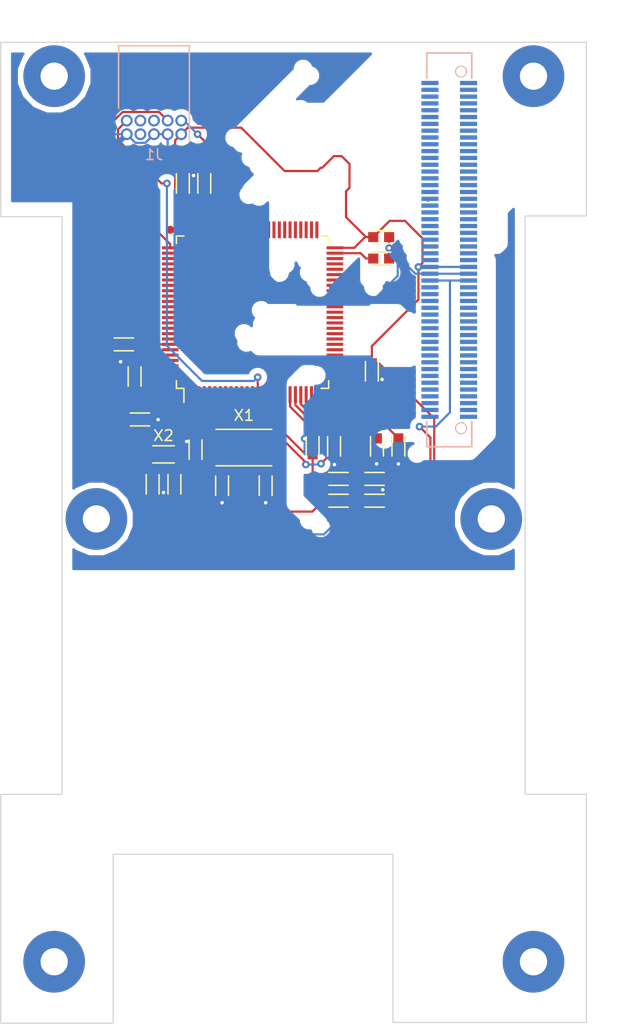
<source format=kicad_pcb>
(kicad_pcb (version 4) (host pcbnew "(2014-12-19 BZR 5326)-product")

  (general
    (links 118)
    (no_connects 51)
    (area 179.972499 96.787499 234.682501 188.327501)
    (thickness 1.6)
    (drawings 38)
    (tracks 328)
    (zones 0)
    (modules 32)
    (nets 138)
  )

  (page A3)
  (layers
    (0 F.Cu signal)
    (31 B.Cu signal)
    (32 B.Adhes user)
    (33 F.Adhes user)
    (34 B.Paste user)
    (35 F.Paste user)
    (36 B.SilkS user)
    (37 F.SilkS user)
    (38 B.Mask user)
    (39 F.Mask user)
    (40 Dwgs.User user)
    (41 Cmts.User user)
    (42 Eco1.User user)
    (43 Eco2.User user)
    (44 Edge.Cuts user)
    (46 B.CrtYd user)
    (47 F.CrtYd user)
    (48 B.Fab user)
    (49 F.Fab user)
  )

  (setup
    (last_trace_width 0.2032)
    (user_trace_width 0.1524)
    (user_trace_width 0.2032)
    (user_trace_width 0.3556)
    (user_trace_width 0.508)
    (trace_clearance 0.1524)
    (zone_clearance 0.508)
    (zone_45_only no)
    (trace_min 0.1524)
    (segment_width 0.2)
    (edge_width 0.1)
    (via_size 0.71374)
    (via_drill 0.3302)
    (via_min_size 0.71374)
    (via_min_drill 0.3302)
    (uvia_size 0.508)
    (uvia_drill 0.127)
    (uvias_allowed no)
    (uvia_min_size 0.508)
    (uvia_min_drill 0.127)
    (pcb_text_width 0.3)
    (pcb_text_size 1.5 1.5)
    (mod_edge_width 0.15)
    (mod_text_size 1 1)
    (mod_text_width 0.15)
    (pad_size 5.75 5.75)
    (pad_drill 2.54)
    (pad_to_mask_clearance 0)
    (aux_axis_origin 0 0)
    (visible_elements 7FFFFF3F)
    (pcbplotparams
      (layerselection 0x00030_80000001)
      (usegerberextensions true)
      (excludeedgelayer true)
      (linewidth 0.150000)
      (plotframeref false)
      (viasonmask false)
      (mode 1)
      (useauxorigin false)
      (hpglpennumber 1)
      (hpglpenspeed 20)
      (hpglpendiameter 15)
      (hpglpenoverlay 2)
      (psnegative false)
      (psa4output false)
      (plotreference false)
      (plotvalue true)
      (plotinvisibletext false)
      (padsonsilk false)
      (subtractmaskfromsilk false)
      (outputformat 1)
      (mirror false)
      (drillshape 0)
      (scaleselection 1)
      (outputdirectory ""))
  )

  (net 0 "")
  (net 1 /VDDA)
  (net 2 GND)
  (net 3 +3V3)
  (net 4 /~RST)
  (net 5 /VCAP1)
  (net 6 /VCAP2)
  (net 7 "Net-(H1-Pad49)")
  (net 8 "Net-(H1-Pad50)")
  (net 9 "Net-(H1-Pad51)")
  (net 10 "Net-(H1-Pad52)")
  (net 11 "Net-(H1-Pad53)")
  (net 12 "Net-(H1-Pad54)")
  (net 13 "Net-(H1-Pad61)")
  (net 14 "Net-(H1-Pad62)")
  (net 15 "Net-(H1-Pad63)")
  (net 16 "Net-(H1-Pad64)")
  (net 17 "Net-(H1-Pad67)")
  (net 18 "Net-(H1-Pad68)")
  (net 19 "Net-(H1-Pad71)")
  (net 20 "Net-(H1-Pad72)")
  (net 21 "Net-(H1-Pad77)")
  (net 22 "Net-(H1-Pad78)")
  (net 23 "Net-(H1-Pad79)")
  (net 24 "Net-(H1-Pad80)")
  (net 25 "Net-(H1-Pad83)")
  (net 26 "Net-(H1-Pad84)")
  (net 27 "Net-(H1-Pad85)")
  (net 28 "Net-(H1-Pad86)")
  (net 29 "Net-(H1-Pad87)")
  (net 30 "Net-(H1-Pad88)")
  (net 31 "Net-(H1-Pad89)")
  (net 32 "Net-(H1-Pad90)")
  (net 33 "Net-(H1-Pad91)")
  (net 34 "Net-(H1-Pad92)")
  (net 35 "Net-(H1-Pad93)")
  (net 36 "Net-(H1-Pad94)")
  (net 37 "Net-(H1-Pad95)")
  (net 38 "Net-(H1-Pad96)")
  (net 39 "Net-(H1-Pad97)")
  (net 40 "Net-(H1-Pad98)")
  (net 41 "Net-(H1-Pad99)")
  (net 42 "Net-(H1-Pad100)")
  (net 43 /BOOT)
  (net 44 "Net-(U1-Pad5)")
  (net 45 /VBAT)
  (net 46 "Net-(U1-Pad7)")
  (net 47 "Net-(U1-Pad37)")
  (net 48 "Net-(J1-Pad8)")
  (net 49 "Net-(J1-Pad6)")
  (net 50 /SWCLK)
  (net 51 /SWDIO)
  (net 52 /SOSCI)
  (net 53 /SOSCO)
  (net 54 /OSCI)
  (net 55 /OSCO)
  (net 56 /FSMC4)
  (net 57 /FSMC5)
  (net 58 /FSMC6)
  (net 59 /FSMC7)
  (net 60 /FSMC8)
  (net 61 /FSMC9)
  (net 62 /FSMC10)
  (net 63 /FSMC11)
  (net 64 /FSMC12)
  (net 65 /FSMC13)
  (net 66 /FSMC14)
  (net 67 /FSMC15)
  (net 68 /FSMC_CLE)
  (net 69 /FSMC_ALE)
  (net 70 /FSMC0)
  (net 71 /FSMC1)
  (net 72 /FSMC2)
  (net 73 /FSMC3)
  (net 74 /~FSMC_OE)
  (net 75 /~FSMC_WE)
  (net 76 /~FSMC_WAIT)
  (net 77 /~FSMC_CE)
  (net 78 /USART2_CTS)
  (net 79 /USART2_RTS)
  (net 80 /USART2_TX)
  (net 81 /USART2_RX)
  (net 82 /I2C2_SCL)
  (net 83 /I2C2_SDA)
  (net 84 /~SPI2_SS)
  (net 85 /SPI2_SCK)
  (net 86 /SPI2_MISO)
  (net 87 /SPI2_MOSI)
  (net 88 /I2C3_SDA)
  (net 89 /I2C3_SCL)
  (net 90 /USART1_CTS)
  (net 91 /USART1_RTS)
  (net 92 /~SPI1_SS)
  (net 93 /SPI1_SCK)
  (net 94 /SPI1_MISO)
  (net 95 /SPI1_MOSI)
  (net 96 /USART1_TX)
  (net 97 /USART1_RX)
  (net 98 /I2C1_SCL)
  (net 99 /I2C1_SDA)
  (net 100 /VREF)
  (net 101 GNDA)
  (net 102 /~RESET)
  (net 103 /~ON_SD)
  (net 104 /~FSMC_WP)
  (net 105 /AN2)
  (net 106 /AN3)
  (net 107 /AN4)
  (net 108 /AN5)
  (net 109 /AN0)
  (net 110 /AN1)
  (net 111 /AN6)
  (net 112 /AN7)
  (net 113 /IO47)
  (net 114 /IO46)
  (net 115 /IO45)
  (net 116 /IO44)
  (net 117 /IO43)
  (net 118 /IO42)
  (net 119 /IO41)
  (net 120 /IO40)
  (net 121 /IO19)
  (net 122 /IO18)
  (net 123 /IO17)
  (net 124 /IO16)
  (net 125 /IO31)
  (net 126 /IO30)
  (net 127 /IO29)
  (net 128 /IO28)
  (net 129 /IO27)
  (net 130 /IO26)
  (net 131 /IO25)
  (net 132 /IO24)
  (net 133 "Net-(H1-Pad66)")
  (net 134 "Net-(H1-Pad69)")
  (net 135 "Net-(H1-Pad73)")
  (net 136 "Net-(H1-Pad75)")
  (net 137 "Net-(H1-Pad82)")

  (net_class Default "This is the default net class."
    (clearance 0.1524)
    (trace_width 0.2032)
    (via_dia 0.71374)
    (via_drill 0.3302)
    (uvia_dia 0.508)
    (uvia_drill 0.127)
    (add_net +3V3)
    (add_net /AN0)
    (add_net /AN1)
    (add_net /AN2)
    (add_net /AN3)
    (add_net /AN4)
    (add_net /AN5)
    (add_net /AN6)
    (add_net /AN7)
    (add_net /BOOT)
    (add_net /FSMC0)
    (add_net /FSMC1)
    (add_net /FSMC10)
    (add_net /FSMC11)
    (add_net /FSMC12)
    (add_net /FSMC13)
    (add_net /FSMC14)
    (add_net /FSMC15)
    (add_net /FSMC2)
    (add_net /FSMC3)
    (add_net /FSMC4)
    (add_net /FSMC5)
    (add_net /FSMC6)
    (add_net /FSMC7)
    (add_net /FSMC8)
    (add_net /FSMC9)
    (add_net /FSMC_ALE)
    (add_net /FSMC_CLE)
    (add_net /I2C1_SCL)
    (add_net /I2C1_SDA)
    (add_net /I2C2_SCL)
    (add_net /I2C2_SDA)
    (add_net /I2C3_SCL)
    (add_net /I2C3_SDA)
    (add_net /IO16)
    (add_net /IO17)
    (add_net /IO18)
    (add_net /IO19)
    (add_net /IO24)
    (add_net /IO25)
    (add_net /IO26)
    (add_net /IO27)
    (add_net /IO28)
    (add_net /IO29)
    (add_net /IO30)
    (add_net /IO31)
    (add_net /IO40)
    (add_net /IO41)
    (add_net /IO42)
    (add_net /IO43)
    (add_net /IO44)
    (add_net /IO45)
    (add_net /IO46)
    (add_net /IO47)
    (add_net /OSCI)
    (add_net /OSCO)
    (add_net /SOSCI)
    (add_net /SOSCO)
    (add_net /SPI1_MISO)
    (add_net /SPI1_MOSI)
    (add_net /SPI1_SCK)
    (add_net /SPI2_MISO)
    (add_net /SPI2_MOSI)
    (add_net /SPI2_SCK)
    (add_net /SWCLK)
    (add_net /SWDIO)
    (add_net /USART1_CTS)
    (add_net /USART1_RTS)
    (add_net /USART1_RX)
    (add_net /USART1_TX)
    (add_net /USART2_CTS)
    (add_net /USART2_RTS)
    (add_net /USART2_RX)
    (add_net /USART2_TX)
    (add_net /VBAT)
    (add_net /VCAP1)
    (add_net /VCAP2)
    (add_net /VDDA)
    (add_net /VREF)
    (add_net /~FSMC_CE)
    (add_net /~FSMC_OE)
    (add_net /~FSMC_WAIT)
    (add_net /~FSMC_WE)
    (add_net /~FSMC_WP)
    (add_net /~ON_SD)
    (add_net /~RESET)
    (add_net /~RST)
    (add_net /~SPI1_SS)
    (add_net /~SPI2_SS)
    (add_net GND)
    (add_net GNDA)
    (add_net "Net-(H1-Pad100)")
    (add_net "Net-(H1-Pad49)")
    (add_net "Net-(H1-Pad50)")
    (add_net "Net-(H1-Pad51)")
    (add_net "Net-(H1-Pad52)")
    (add_net "Net-(H1-Pad53)")
    (add_net "Net-(H1-Pad54)")
    (add_net "Net-(H1-Pad61)")
    (add_net "Net-(H1-Pad62)")
    (add_net "Net-(H1-Pad63)")
    (add_net "Net-(H1-Pad64)")
    (add_net "Net-(H1-Pad66)")
    (add_net "Net-(H1-Pad67)")
    (add_net "Net-(H1-Pad68)")
    (add_net "Net-(H1-Pad69)")
    (add_net "Net-(H1-Pad71)")
    (add_net "Net-(H1-Pad72)")
    (add_net "Net-(H1-Pad73)")
    (add_net "Net-(H1-Pad75)")
    (add_net "Net-(H1-Pad77)")
    (add_net "Net-(H1-Pad78)")
    (add_net "Net-(H1-Pad79)")
    (add_net "Net-(H1-Pad80)")
    (add_net "Net-(H1-Pad82)")
    (add_net "Net-(H1-Pad83)")
    (add_net "Net-(H1-Pad84)")
    (add_net "Net-(H1-Pad85)")
    (add_net "Net-(H1-Pad86)")
    (add_net "Net-(H1-Pad87)")
    (add_net "Net-(H1-Pad88)")
    (add_net "Net-(H1-Pad89)")
    (add_net "Net-(H1-Pad90)")
    (add_net "Net-(H1-Pad91)")
    (add_net "Net-(H1-Pad92)")
    (add_net "Net-(H1-Pad93)")
    (add_net "Net-(H1-Pad94)")
    (add_net "Net-(H1-Pad95)")
    (add_net "Net-(H1-Pad96)")
    (add_net "Net-(H1-Pad97)")
    (add_net "Net-(H1-Pad98)")
    (add_net "Net-(H1-Pad99)")
    (add_net "Net-(J1-Pad6)")
    (add_net "Net-(J1-Pad8)")
    (add_net "Net-(U1-Pad37)")
    (add_net "Net-(U1-Pad5)")
    (add_net "Net-(U1-Pad7)")
  )

  (module QFP:QFP50P1600X1600-100N (layer F.Cu) (tedit 5490EC48) (tstamp 54984A2C)
    (at 203.5 122)
    (path /549863BA)
    (clearance 0.2032)
    (fp_text reference U1 (at 0 -0.75) (layer F.SilkS) hide
      (effects (font (size 1 1) (thickness 0.15)))
    )
    (fp_text value STM32F417VGT (at 0 0.75) (layer F.SilkS) hide
      (effects (font (size 1 1) (thickness 0.15)))
    )
    (fp_line (start -7.1 6.4) (end -7.1 7.1) (layer F.SilkS) (width 0.15))
    (fp_line (start -7.1 7.1) (end -6.4 7.1) (layer F.SilkS) (width 0.15))
    (fp_line (start -6.4 7.1) (end -6.4 8.4) (layer F.SilkS) (width 0.15))
    (fp_line (start 6.4 7.1) (end 7.1 7.1) (layer F.SilkS) (width 0.15))
    (fp_line (start 7.1 7.1) (end 7.1 6.4) (layer F.SilkS) (width 0.15))
    (fp_line (start 6.4 -7.1) (end 7.1 -7.1) (layer F.SilkS) (width 0.15))
    (fp_line (start 7.1 -7.1) (end 7.1 -6.4) (layer F.SilkS) (width 0.15))
    (fp_line (start -6.4 -7.1) (end -7.1 -7.1) (layer F.SilkS) (width 0.15))
    (fp_line (start -7.1 -7.1) (end -7.1 -6.4) (layer F.SilkS) (width 0.15))
    (fp_line (start -8.7 -8.7) (end -8.7 8.7) (layer F.CrtYd) (width 0.15))
    (fp_line (start -8.7 8.7) (end 8.7 8.7) (layer F.CrtYd) (width 0.15))
    (fp_line (start 8.7 8.7) (end 8.7 -8.7) (layer F.CrtYd) (width 0.15))
    (fp_line (start 8.7 -8.7) (end -8.7 -8.7) (layer F.CrtYd) (width 0.15))
    (fp_line (start -7 6.5) (end -6.5 7) (layer F.Fab) (width 0.15))
    (fp_line (start -6.5 7) (end 7 7) (layer F.Fab) (width 0.15))
    (fp_line (start 7 7) (end 7 -7) (layer F.Fab) (width 0.15))
    (fp_line (start 7 -7) (end -7 -7) (layer F.Fab) (width 0.15))
    (fp_line (start -7 -7) (end -7 6.5) (layer F.Fab) (width 0.15))
    (pad 1 smd rect (at -6 7.68 90) (size 1.56 0.28) (layers F.Cu F.Paste F.Mask)
      (net 121 /IO19))
    (pad 2 smd rect (at -5.5 7.68 90) (size 1.56 0.28) (layers F.Cu F.Paste F.Mask)
      (net 122 /IO18))
    (pad 3 smd rect (at -5 7.68 90) (size 1.56 0.28) (layers F.Cu F.Paste F.Mask)
      (net 123 /IO17))
    (pad 4 smd rect (at -4.5 7.68 90) (size 1.56 0.28) (layers F.Cu F.Paste F.Mask)
      (net 124 /IO16))
    (pad 5 smd rect (at -4 7.68 90) (size 1.56 0.28) (layers F.Cu F.Paste F.Mask)
      (net 44 "Net-(U1-Pad5)"))
    (pad 6 smd rect (at -3.5 7.68 90) (size 1.56 0.28) (layers F.Cu F.Paste F.Mask)
      (net 45 /VBAT))
    (pad 7 smd rect (at -3 7.68 90) (size 1.56 0.28) (layers F.Cu F.Paste F.Mask)
      (net 46 "Net-(U1-Pad7)"))
    (pad 8 smd rect (at -2.5 7.68 90) (size 1.56 0.28) (layers F.Cu F.Paste F.Mask)
      (net 52 /SOSCI))
    (pad 9 smd rect (at -2 7.68 90) (size 1.56 0.28) (layers F.Cu F.Paste F.Mask)
      (net 53 /SOSCO))
    (pad 10 smd rect (at -1.5 7.68 90) (size 1.56 0.28) (layers F.Cu F.Paste F.Mask)
      (net 2 GND))
    (pad 11 smd rect (at -1 7.68 90) (size 1.56 0.28) (layers F.Cu F.Paste F.Mask)
      (net 3 +3V3))
    (pad 12 smd rect (at -0.5 7.68 90) (size 1.56 0.28) (layers F.Cu F.Paste F.Mask)
      (net 54 /OSCI))
    (pad 13 smd rect (at 0 7.68 90) (size 1.56 0.28) (layers F.Cu F.Paste F.Mask)
      (net 55 /OSCO))
    (pad 14 smd rect (at 0.5 7.68 90) (size 1.56 0.28) (layers F.Cu F.Paste F.Mask)
      (net 4 /~RST))
    (pad 15 smd rect (at 1 7.68 90) (size 1.56 0.28) (layers F.Cu F.Paste F.Mask)
      (net 105 /AN2))
    (pad 16 smd rect (at 1.5 7.68 90) (size 1.56 0.28) (layers F.Cu F.Paste F.Mask)
      (net 106 /AN3))
    (pad 17 smd rect (at 2 7.68 90) (size 1.56 0.28) (layers F.Cu F.Paste F.Mask)
      (net 107 /AN4))
    (pad 18 smd rect (at 2.5 7.68 90) (size 1.56 0.28) (layers F.Cu F.Paste F.Mask)
      (net 108 /AN5))
    (pad 19 smd rect (at 3 7.68 90) (size 1.56 0.28) (layers F.Cu F.Paste F.Mask)
      (net 3 +3V3))
    (pad 20 smd rect (at 3.5 7.68 90) (size 1.56 0.28) (layers F.Cu F.Paste F.Mask)
      (net 2 GND))
    (pad 21 smd rect (at 4 7.68 90) (size 1.56 0.28) (layers F.Cu F.Paste F.Mask)
      (net 100 /VREF))
    (pad 22 smd rect (at 4.5 7.68 90) (size 1.56 0.28) (layers F.Cu F.Paste F.Mask)
      (net 1 /VDDA))
    (pad 23 smd rect (at 5 7.68 90) (size 1.56 0.28) (layers F.Cu F.Paste F.Mask)
      (net 78 /USART2_CTS))
    (pad 24 smd rect (at 5.5 7.68 90) (size 1.56 0.28) (layers F.Cu F.Paste F.Mask)
      (net 79 /USART2_RTS))
    (pad 25 smd rect (at 6 7.68 90) (size 1.56 0.28) (layers F.Cu F.Paste F.Mask)
      (net 80 /USART2_TX))
    (pad 26 smd rect (at 7.68 6) (size 1.56 0.28) (layers F.Cu F.Paste F.Mask)
      (net 81 /USART2_RX))
    (pad 27 smd rect (at 7.68 5.5) (size 1.56 0.28) (layers F.Cu F.Paste F.Mask)
      (net 2 GND))
    (pad 28 smd rect (at 7.68 5) (size 1.56 0.28) (layers F.Cu F.Paste F.Mask)
      (net 3 +3V3))
    (pad 29 smd rect (at 7.68 4.5) (size 1.56 0.28) (layers F.Cu F.Paste F.Mask)
      (net 128 /IO28))
    (pad 30 smd rect (at 7.68 4) (size 1.56 0.28) (layers F.Cu F.Paste F.Mask)
      (net 127 /IO29))
    (pad 31 smd rect (at 7.68 3.5) (size 1.56 0.28) (layers F.Cu F.Paste F.Mask)
      (net 126 /IO30))
    (pad 32 smd rect (at 7.68 3) (size 1.56 0.28) (layers F.Cu F.Paste F.Mask)
      (net 125 /IO31))
    (pad 33 smd rect (at 7.68 2.5) (size 1.56 0.28) (layers F.Cu F.Paste F.Mask)
      (net 111 /AN6))
    (pad 34 smd rect (at 7.68 2) (size 1.56 0.28) (layers F.Cu F.Paste F.Mask)
      (net 112 /AN7))
    (pad 35 smd rect (at 7.68 1.5) (size 1.56 0.28) (layers F.Cu F.Paste F.Mask)
      (net 109 /AN0))
    (pad 36 smd rect (at 7.68 1) (size 1.56 0.28) (layers F.Cu F.Paste F.Mask)
      (net 110 /AN1))
    (pad 37 smd rect (at 7.68 0.5) (size 1.56 0.28) (layers F.Cu F.Paste F.Mask)
      (net 47 "Net-(U1-Pad37)"))
    (pad 38 smd rect (at 7.68 0) (size 1.56 0.28) (layers F.Cu F.Paste F.Mask)
      (net 56 /FSMC4))
    (pad 39 smd rect (at 7.68 -0.5) (size 1.56 0.28) (layers F.Cu F.Paste F.Mask)
      (net 57 /FSMC5))
    (pad 40 smd rect (at 7.68 -1) (size 1.56 0.28) (layers F.Cu F.Paste F.Mask)
      (net 58 /FSMC6))
    (pad 41 smd rect (at 7.68 -1.5) (size 1.56 0.28) (layers F.Cu F.Paste F.Mask)
      (net 59 /FSMC7))
    (pad 42 smd rect (at 7.68 -2) (size 1.56 0.28) (layers F.Cu F.Paste F.Mask)
      (net 60 /FSMC8))
    (pad 43 smd rect (at 7.68 -2.5) (size 1.56 0.28) (layers F.Cu F.Paste F.Mask)
      (net 61 /FSMC9))
    (pad 44 smd rect (at 7.68 -3) (size 1.56 0.28) (layers F.Cu F.Paste F.Mask)
      (net 62 /FSMC10))
    (pad 45 smd rect (at 7.68 -3.5) (size 1.56 0.28) (layers F.Cu F.Paste F.Mask)
      (net 63 /FSMC11))
    (pad 46 smd rect (at 7.68 -4) (size 1.56 0.28) (layers F.Cu F.Paste F.Mask)
      (net 64 /FSMC12))
    (pad 47 smd rect (at 7.68 -4.5) (size 1.56 0.28) (layers F.Cu F.Paste F.Mask)
      (net 82 /I2C2_SCL))
    (pad 48 smd rect (at 7.68 -5) (size 1.56 0.28) (layers F.Cu F.Paste F.Mask)
      (net 83 /I2C2_SDA))
    (pad 49 smd rect (at 7.68 -5.5) (size 1.56 0.28) (layers F.Cu F.Paste F.Mask)
      (net 5 /VCAP1))
    (pad 50 smd rect (at 7.68 -6) (size 1.56 0.28) (layers F.Cu F.Paste F.Mask)
      (net 3 +3V3))
    (pad 51 smd rect (at 6 -7.68 270) (size 1.56 0.28) (layers F.Cu F.Paste F.Mask)
      (net 84 /~SPI2_SS))
    (pad 52 smd rect (at 5.5 -7.68 270) (size 1.56 0.28) (layers F.Cu F.Paste F.Mask)
      (net 85 /SPI2_SCK))
    (pad 53 smd rect (at 5 -7.68 270) (size 1.56 0.28) (layers F.Cu F.Paste F.Mask)
      (net 86 /SPI2_MISO))
    (pad 54 smd rect (at 4.5 -7.68 270) (size 1.56 0.28) (layers F.Cu F.Paste F.Mask)
      (net 87 /SPI2_MOSI))
    (pad 55 smd rect (at 4 -7.68 270) (size 1.56 0.28) (layers F.Cu F.Paste F.Mask)
      (net 65 /FSMC13))
    (pad 56 smd rect (at 3.5 -7.68 270) (size 1.56 0.28) (layers F.Cu F.Paste F.Mask)
      (net 66 /FSMC14))
    (pad 57 smd rect (at 3 -7.68 270) (size 1.56 0.28) (layers F.Cu F.Paste F.Mask)
      (net 67 /FSMC15))
    (pad 58 smd rect (at 2.5 -7.68 270) (size 1.56 0.28) (layers F.Cu F.Paste F.Mask)
      (net 68 /FSMC_CLE))
    (pad 59 smd rect (at 2 -7.68 270) (size 1.56 0.28) (layers F.Cu F.Paste F.Mask)
      (net 69 /FSMC_ALE))
    (pad 60 smd rect (at 1.5 -7.68 270) (size 1.56 0.28) (layers F.Cu F.Paste F.Mask)
      (net 104 /~FSMC_WP))
    (pad 61 smd rect (at 1 -7.68 270) (size 1.56 0.28) (layers F.Cu F.Paste F.Mask)
      (net 70 /FSMC0))
    (pad 62 smd rect (at 0.5 -7.68 270) (size 1.56 0.28) (layers F.Cu F.Paste F.Mask)
      (net 71 /FSMC1))
    (pad 63 smd rect (at 0 -7.68 270) (size 1.56 0.28) (layers F.Cu F.Paste F.Mask)
      (net 120 /IO40))
    (pad 64 smd rect (at -0.5 -7.68 270) (size 1.56 0.28) (layers F.Cu F.Paste F.Mask)
      (net 119 /IO41))
    (pad 65 smd rect (at -1 -7.68 270) (size 1.56 0.28) (layers F.Cu F.Paste F.Mask)
      (net 118 /IO42))
    (pad 66 smd rect (at -1.5 -7.68 270) (size 1.56 0.28) (layers F.Cu F.Paste F.Mask)
      (net 88 /I2C3_SDA))
    (pad 67 smd rect (at -2 -7.68 270) (size 1.56 0.28) (layers F.Cu F.Paste F.Mask)
      (net 89 /I2C3_SCL))
    (pad 68 smd rect (at -2.5 -7.68 270) (size 1.56 0.28) (layers F.Cu F.Paste F.Mask)
      (net 129 /IO27))
    (pad 69 smd rect (at -3 -7.68 270) (size 1.56 0.28) (layers F.Cu F.Paste F.Mask)
      (net 130 /IO26))
    (pad 70 smd rect (at -3.5 -7.68 270) (size 1.56 0.28) (layers F.Cu F.Paste F.Mask)
      (net 90 /USART1_CTS))
    (pad 71 smd rect (at -4 -7.68 270) (size 1.56 0.28) (layers F.Cu F.Paste F.Mask)
      (net 91 /USART1_RTS))
    (pad 72 smd rect (at -4.5 -7.68 270) (size 1.56 0.28) (layers F.Cu F.Paste F.Mask)
      (net 51 /SWDIO))
    (pad 73 smd rect (at -5 -7.68 270) (size 1.56 0.28) (layers F.Cu F.Paste F.Mask)
      (net 6 /VCAP2))
    (pad 74 smd rect (at -5.5 -7.68 270) (size 1.56 0.28) (layers F.Cu F.Paste F.Mask)
      (net 2 GND))
    (pad 75 smd rect (at -6 -7.68 270) (size 1.56 0.28) (layers F.Cu F.Paste F.Mask)
      (net 3 +3V3))
    (pad 76 smd rect (at -7.68 -6 180) (size 1.56 0.28) (layers F.Cu F.Paste F.Mask)
      (net 50 /SWCLK))
    (pad 77 smd rect (at -7.68 -5.5 180) (size 1.56 0.28) (layers F.Cu F.Paste F.Mask)
      (net 92 /~SPI1_SS))
    (pad 78 smd rect (at -7.68 -5 180) (size 1.56 0.28) (layers F.Cu F.Paste F.Mask)
      (net 117 /IO43))
    (pad 79 smd rect (at -7.68 -4.5 180) (size 1.56 0.28) (layers F.Cu F.Paste F.Mask)
      (net 116 /IO44))
    (pad 80 smd rect (at -7.68 -4 180) (size 1.56 0.28) (layers F.Cu F.Paste F.Mask)
      (net 115 /IO45))
    (pad 81 smd rect (at -7.68 -3.5 180) (size 1.56 0.28) (layers F.Cu F.Paste F.Mask)
      (net 72 /FSMC2))
    (pad 82 smd rect (at -7.68 -3 180) (size 1.56 0.28) (layers F.Cu F.Paste F.Mask)
      (net 73 /FSMC3))
    (pad 83 smd rect (at -7.68 -2.5 180) (size 1.56 0.28) (layers F.Cu F.Paste F.Mask)
      (net 114 /IO46))
    (pad 84 smd rect (at -7.68 -2 180) (size 1.56 0.28) (layers F.Cu F.Paste F.Mask)
      (net 113 /IO47))
    (pad 85 smd rect (at -7.68 -1.5 180) (size 1.56 0.28) (layers F.Cu F.Paste F.Mask)
      (net 74 /~FSMC_OE))
    (pad 86 smd rect (at -7.68 -1 180) (size 1.56 0.28) (layers F.Cu F.Paste F.Mask)
      (net 75 /~FSMC_WE))
    (pad 87 smd rect (at -7.68 -0.5 180) (size 1.56 0.28) (layers F.Cu F.Paste F.Mask)
      (net 76 /~FSMC_WAIT))
    (pad 88 smd rect (at -7.68 0 180) (size 1.56 0.28) (layers F.Cu F.Paste F.Mask)
      (net 77 /~FSMC_CE))
    (pad 89 smd rect (at -7.68 0.5 180) (size 1.56 0.28) (layers F.Cu F.Paste F.Mask)
      (net 93 /SPI1_SCK))
    (pad 90 smd rect (at -7.68 1 180) (size 1.56 0.28) (layers F.Cu F.Paste F.Mask)
      (net 94 /SPI1_MISO))
    (pad 91 smd rect (at -7.68 1.5 180) (size 1.56 0.28) (layers F.Cu F.Paste F.Mask)
      (net 95 /SPI1_MOSI))
    (pad 92 smd rect (at -7.68 2 180) (size 1.56 0.28) (layers F.Cu F.Paste F.Mask)
      (net 96 /USART1_TX))
    (pad 93 smd rect (at -7.68 2.5 180) (size 1.56 0.28) (layers F.Cu F.Paste F.Mask)
      (net 97 /USART1_RX))
    (pad 94 smd rect (at -7.68 3 180) (size 1.56 0.28) (layers F.Cu F.Paste F.Mask)
      (net 43 /BOOT))
    (pad 95 smd rect (at -7.68 3.5 180) (size 1.56 0.28) (layers F.Cu F.Paste F.Mask)
      (net 98 /I2C1_SCL))
    (pad 96 smd rect (at -7.68 4 180) (size 1.56 0.28) (layers F.Cu F.Paste F.Mask)
      (net 99 /I2C1_SDA))
    (pad 97 smd rect (at -7.68 4.5 180) (size 1.56 0.28) (layers F.Cu F.Paste F.Mask)
      (net 132 /IO24))
    (pad 98 smd rect (at -7.68 5 180) (size 1.56 0.28) (layers F.Cu F.Paste F.Mask)
      (net 131 /IO25))
    (pad 99 smd rect (at -7.68 5.5 180) (size 1.56 0.28) (layers F.Cu F.Paste F.Mask)
      (net 2 GND))
    (pad 100 smd rect (at -7.68 6 180) (size 1.56 0.28) (layers F.Cu F.Paste F.Mask)
      (net 3 +3V3))
    (pad FD1 smd circle (at 7.68 7.68 180) (size 0.75 0.75) (layers F.Cu F.Mask)
      (solder_mask_margin 0.375) (clearance 0.375))
    (pad FD2 smd circle (at -7.68 -7.68 180) (size 0.75 0.75) (layers F.Cu F.Mask)
      (solder_mask_margin 0.375) (clearance 0.375))
    (model QFP/QFP50P1600X1600X160-100.wrl
      (at (xyz 0 0 0))
      (scale (xyz 0.393701 0.393701 0.393701))
      (rotate (xyz 0 0 0))
    )
  )

  (module Capacitors:CAPC1608N (layer F.Cu) (tedit 548F655D) (tstamp 5498499E)
    (at 215.5 117)
    (path /549866A2)
    (fp_text reference C9 (at 0 -1.5) (layer F.SilkS) hide
      (effects (font (size 1 1) (thickness 0.15)))
    )
    (fp_text value 2.2uF (at 0 1.5) (layer F.SilkS) hide
      (effects (font (size 1 1) (thickness 0.15)))
    )
    (fp_line (start 0.9 0.6) (end -0.9 0.6) (layer F.SilkS) (width 0.15))
    (fp_line (start -0.9 -0.6) (end 0.9 -0.6) (layer F.SilkS) (width 0.15))
    (fp_line (start 0.45 -0.4) (end 0.45 0.4) (layer F.Fab) (width 0.15))
    (fp_line (start -0.45 0.4) (end -0.45 -0.4) (layer F.Fab) (width 0.15))
    (fp_line (start -0.8 -0.4) (end -0.8 0.4) (layer F.Fab) (width 0.15))
    (fp_line (start -0.8 0.4) (end 0.8 0.4) (layer F.Fab) (width 0.15))
    (fp_line (start 0.8 0.4) (end 0.8 -0.4) (layer F.Fab) (width 0.15))
    (fp_line (start 0.8 -0.4) (end -0.8 -0.4) (layer F.Fab) (width 0.15))
    (fp_line (start -1.5 -0.8) (end -1.5 0.8) (layer F.CrtYd) (width 0.15))
    (fp_line (start -1.5 0.8) (end 1.5 0.8) (layer F.CrtYd) (width 0.15))
    (fp_line (start 1.5 0.8) (end 1.5 -0.8) (layer F.CrtYd) (width 0.15))
    (fp_line (start 1.5 -0.8) (end -1.5 -0.8) (layer F.CrtYd) (width 0.15))
    (pad 1 smd rect (at -0.74 0) (size 0.95 0.93) (layers F.Cu F.Paste F.Mask)
      (net 5 /VCAP1))
    (pad 2 smd rect (at 0.74 0) (size 0.95 0.93) (layers F.Cu F.Paste F.Mask)
      (net 2 GND))
    (model Capacitors/CAPC1608X90.wrl
      (at (xyz 0 0 0))
      (scale (xyz 0.393701 0.393701 0.393701))
      (rotate (xyz 0 0 0))
    )
  )

  (module Connectors:Conn_Samtec-LSS-150 locked (layer B.Cu) (tedit 5498463E) (tstamp 54985180)
    (at 221.84778 116.1925 90)
    (descr "Samtec High Speed Hermaproditic Strip, 50x2")
    (path /54F63AF6)
    (fp_text reference H1 (at 0 -4 90) (layer B.SilkS) hide
      (effects (font (size 1 1) (thickness 0.15)) (justify mirror))
    )
    (fp_text value Conn_Cubesat-PPM (at 0 0 90) (layer B.SilkS) hide
      (effects (font (size 1 1) (thickness 0.15)) (justify mirror))
    )
    (fp_line (start -16 2.1) (end -18.35 2.1) (layer B.SilkS) (width 0.15))
    (fp_line (start -18.35 2.1) (end -18.35 -2.1) (layer B.SilkS) (width 0.15))
    (fp_line (start -18.35 -2.1) (end -16 -2.1) (layer B.SilkS) (width 0.15))
    (fp_line (start 16 2.1) (end 18.35 2.1) (layer B.SilkS) (width 0.15))
    (fp_line (start 18.35 2.1) (end 18.35 -2.1) (layer B.SilkS) (width 0.15))
    (fp_line (start 18.35 -2.1) (end 16 -2.1) (layer B.SilkS) (width 0.15))
    (fp_line (start 18.75 3) (end -18.75 3) (layer B.CrtYd) (width 0.0762))
    (fp_line (start -18.75 3) (end -18.75 -3) (layer B.CrtYd) (width 0.0762))
    (fp_line (start -18.75 -3) (end 18.75 -3) (layer B.CrtYd) (width 0.0762))
    (fp_line (start 18.75 -3) (end 18.75 3) (layer B.CrtYd) (width 0.0762))
    (fp_line (start 18.25 2) (end -18.25 2) (layer Dwgs.User) (width 0.0762))
    (fp_line (start -18.25 2) (end -18.25 -0.75) (layer Dwgs.User) (width 0.0762))
    (fp_line (start -18.25 -0.75) (end -17 -2) (layer Dwgs.User) (width 0.0762))
    (fp_line (start -17 -2) (end 17 -2) (layer Dwgs.User) (width 0.0762))
    (fp_line (start 17 -2) (end 18.25 -0.75) (layer Dwgs.User) (width 0.0762))
    (fp_line (start 18.25 -0.75) (end 18.25 2) (layer Dwgs.User) (width 0.0762))
    (pad 1 smd rect (at 15.5575 -1.8 90) (size 0.4 1.6) (layers B.Cu B.Paste B.Mask)
      (net 88 /I2C3_SDA))
    (pad 2 smd rect (at 15.5575 1.8 90) (size 0.4 1.6) (layers B.Cu B.Paste B.Mask)
      (net 113 /IO47))
    (pad 3 smd rect (at 14.9225 -1.8 90) (size 0.4 1.6) (layers B.Cu B.Paste B.Mask)
      (net 89 /I2C3_SCL))
    (pad 4 smd rect (at 14.9225 1.8 90) (size 0.4 1.6) (layers B.Cu B.Paste B.Mask)
      (net 114 /IO46))
    (pad 5 smd rect (at 14.2875 -1.8 90) (size 0.4 1.6) (layers B.Cu B.Paste B.Mask)
      (net 83 /I2C2_SDA))
    (pad 6 smd rect (at 14.2875 1.8 90) (size 0.4 1.6) (layers B.Cu B.Paste B.Mask)
      (net 115 /IO45))
    (pad 7 smd rect (at 13.6525 -1.8 90) (size 0.4 1.6) (layers B.Cu B.Paste B.Mask)
      (net 82 /I2C2_SCL))
    (pad 8 smd rect (at 13.6525 1.8 90) (size 0.4 1.6) (layers B.Cu B.Paste B.Mask)
      (net 116 /IO44))
    (pad 9 smd rect (at 13.0175 -1.8 90) (size 0.4 1.6) (layers B.Cu B.Paste B.Mask)
      (net 121 /IO19))
    (pad 10 smd rect (at 13.0175 1.8 90) (size 0.4 1.6) (layers B.Cu B.Paste B.Mask)
      (net 117 /IO43))
    (pad 11 smd rect (at 12.3825 -1.8 90) (size 0.4 1.6) (layers B.Cu B.Paste B.Mask)
      (net 122 /IO18))
    (pad 12 smd rect (at 12.3825 1.8 90) (size 0.4 1.6) (layers B.Cu B.Paste B.Mask)
      (net 118 /IO42))
    (pad 13 smd rect (at 11.7475 -1.8 90) (size 0.4 1.6) (layers B.Cu B.Paste B.Mask)
      (net 123 /IO17))
    (pad 14 smd rect (at 11.7475 1.8 90) (size 0.4 1.6) (layers B.Cu B.Paste B.Mask)
      (net 119 /IO41))
    (pad 15 smd rect (at 11.1125 -1.8 90) (size 0.4 1.6) (layers B.Cu B.Paste B.Mask)
      (net 124 /IO16))
    (pad 16 smd rect (at 11.1125 1.8 90) (size 0.4 1.6) (layers B.Cu B.Paste B.Mask)
      (net 120 /IO40))
    (pad 17 smd rect (at 10.4775 -1.8 90) (size 0.4 1.6) (layers B.Cu B.Paste B.Mask)
      (net 90 /USART1_CTS))
    (pad 18 smd rect (at 10.4775 1.8 90) (size 0.4 1.6) (layers B.Cu B.Paste B.Mask)
      (net 105 /AN2))
    (pad 19 smd rect (at 9.8425 -1.8 90) (size 0.4 1.6) (layers B.Cu B.Paste B.Mask)
      (net 91 /USART1_RTS))
    (pad 20 smd rect (at 9.8425 1.8 90) (size 0.4 1.6) (layers B.Cu B.Paste B.Mask)
      (net 106 /AN3))
    (pad 21 smd rect (at 9.2075 -1.8 90) (size 0.4 1.6) (layers B.Cu B.Paste B.Mask)
      (net 78 /USART2_CTS))
    (pad 22 smd rect (at 9.2075 1.8 90) (size 0.4 1.6) (layers B.Cu B.Paste B.Mask)
      (net 107 /AN4))
    (pad 23 smd rect (at 8.5725 -1.8 90) (size 0.4 1.6) (layers B.Cu B.Paste B.Mask)
      (net 79 /USART2_RTS))
    (pad 24 smd rect (at 8.5725 1.8 90) (size 0.4 1.6) (layers B.Cu B.Paste B.Mask)
      (net 108 /AN5))
    (pad 25 smd rect (at 7.9375 -1.8 90) (size 0.4 1.6) (layers B.Cu B.Paste B.Mask)
      (net 85 /SPI2_SCK))
    (pad 26 smd rect (at 7.9375 1.8 90) (size 0.4 1.6) (layers B.Cu B.Paste B.Mask)
      (net 110 /AN1))
    (pad 27 smd rect (at 7.3025 -1.8 90) (size 0.4 1.6) (layers B.Cu B.Paste B.Mask)
      (net 86 /SPI2_MISO))
    (pad 28 smd rect (at 7.3025 1.8 90) (size 0.4 1.6) (layers B.Cu B.Paste B.Mask)
      (net 109 /AN0))
    (pad 29 smd rect (at 6.6675 -1.8 90) (size 0.4 1.6) (layers B.Cu B.Paste B.Mask)
      (net 87 /SPI2_MOSI))
    (pad 30 smd rect (at 6.6675 1.8 90) (size 0.4 1.6) (layers B.Cu B.Paste B.Mask)
      (net 112 /AN7))
    (pad 31 smd rect (at 6.0325 -1.8 90) (size 0.4 1.6) (layers B.Cu B.Paste B.Mask)
      (net 84 /~SPI2_SS))
    (pad 32 smd rect (at 6.0325 1.8 90) (size 0.4 1.6) (layers B.Cu B.Paste B.Mask)
      (net 111 /AN6))
    (pad 33 smd rect (at 5.3975 -1.8 90) (size 0.4 1.6) (layers B.Cu B.Paste B.Mask)
      (net 97 /USART1_RX))
    (pad 34 smd rect (at 5.3975 1.8 90) (size 0.4 1.6) (layers B.Cu B.Paste B.Mask)
      (net 125 /IO31))
    (pad 35 smd rect (at 4.7625 -1.8 90) (size 0.4 1.6) (layers B.Cu B.Paste B.Mask)
      (net 96 /USART1_TX))
    (pad 36 smd rect (at 4.7625 1.8 90) (size 0.4 1.6) (layers B.Cu B.Paste B.Mask)
      (net 126 /IO30))
    (pad 37 smd rect (at 4.1275 -1.8 90) (size 0.4 1.6) (layers B.Cu B.Paste B.Mask)
      (net 81 /USART2_RX))
    (pad 38 smd rect (at 4.1275 1.8 90) (size 0.4 1.6) (layers B.Cu B.Paste B.Mask)
      (net 127 /IO29))
    (pad 39 smd rect (at 3.4925 -1.8 90) (size 0.4 1.6) (layers B.Cu B.Paste B.Mask)
      (net 80 /USART2_TX))
    (pad 40 smd rect (at 3.4925 1.8 90) (size 0.4 1.6) (layers B.Cu B.Paste B.Mask)
      (net 128 /IO28))
    (pad 41 smd rect (at 2.8575 -1.8 90) (size 0.4 1.6) (layers B.Cu B.Paste B.Mask)
      (net 93 /SPI1_SCK))
    (pad 42 smd rect (at 2.8575 1.8 90) (size 0.4 1.6) (layers B.Cu B.Paste B.Mask)
      (net 129 /IO27))
    (pad 43 smd rect (at 2.2225 -1.8 90) (size 0.4 1.6) (layers B.Cu B.Paste B.Mask)
      (net 94 /SPI1_MISO))
    (pad 44 smd rect (at 2.2225 1.8 90) (size 0.4 1.6) (layers B.Cu B.Paste B.Mask)
      (net 130 /IO26))
    (pad 45 smd rect (at 1.5875 -1.8 90) (size 0.4 1.6) (layers B.Cu B.Paste B.Mask)
      (net 95 /SPI1_MOSI))
    (pad 46 smd rect (at 1.5875 1.8 90) (size 0.4 1.6) (layers B.Cu B.Paste B.Mask)
      (net 131 /IO25))
    (pad 47 smd rect (at 0.9525 -1.8 90) (size 0.4 1.6) (layers B.Cu B.Paste B.Mask)
      (net 92 /~SPI1_SS))
    (pad 48 smd rect (at 0.9525 1.8 90) (size 0.4 1.6) (layers B.Cu B.Paste B.Mask)
      (net 132 /IO24))
    (pad 49 smd rect (at 0.3175 -1.8 90) (size 0.4 1.6) (layers B.Cu B.Paste B.Mask)
      (net 7 "Net-(H1-Pad49)"))
    (pad 50 smd rect (at 0.3175 1.8 90) (size 0.4 1.6) (layers B.Cu B.Paste B.Mask)
      (net 8 "Net-(H1-Pad50)"))
    (pad 51 smd rect (at -0.3175 -1.8 90) (size 0.4 1.6) (layers B.Cu B.Paste B.Mask)
      (net 9 "Net-(H1-Pad51)"))
    (pad 52 smd rect (at -0.3175 1.8 90) (size 0.4 1.6) (layers B.Cu B.Paste B.Mask)
      (net 10 "Net-(H1-Pad52)"))
    (pad 53 smd rect (at -0.9525 -1.8 90) (size 0.4 1.6) (layers B.Cu B.Paste B.Mask)
      (net 11 "Net-(H1-Pad53)"))
    (pad 54 smd rect (at -0.9525 1.8 90) (size 0.4 1.6) (layers B.Cu B.Paste B.Mask)
      (net 12 "Net-(H1-Pad54)"))
    (pad 55 smd rect (at -1.5875 -1.8 90) (size 0.4 1.6) (layers B.Cu B.Paste B.Mask)
      (net 3 +3V3))
    (pad 56 smd rect (at -1.5875 1.8 90) (size 0.4 1.6) (layers B.Cu B.Paste B.Mask)
      (net 3 +3V3))
    (pad 57 smd rect (at -2.2225 -1.8 90) (size 0.4 1.6) (layers B.Cu B.Paste B.Mask)
      (net 2 GND))
    (pad 58 smd rect (at -2.2225 1.8 90) (size 0.4 1.6) (layers B.Cu B.Paste B.Mask)
      (net 2 GND))
    (pad 59 smd rect (at -2.8575 -1.8 90) (size 0.4 1.6) (layers B.Cu B.Paste B.Mask)
      (net 101 GNDA))
    (pad 60 smd rect (at -2.8575 1.8 90) (size 0.4 1.6) (layers B.Cu B.Paste B.Mask)
      (net 101 GNDA))
    (pad 61 smd rect (at -3.4925 -1.8 90) (size 0.4 1.6) (layers B.Cu B.Paste B.Mask)
      (net 13 "Net-(H1-Pad61)"))
    (pad 62 smd rect (at -3.4925 1.8 90) (size 0.4 1.6) (layers B.Cu B.Paste B.Mask)
      (net 14 "Net-(H1-Pad62)"))
    (pad 63 smd rect (at -4.1275 -1.8 90) (size 0.4 1.6) (layers B.Cu B.Paste B.Mask)
      (net 15 "Net-(H1-Pad63)"))
    (pad 64 smd rect (at -4.1275 1.8 90) (size 0.4 1.6) (layers B.Cu B.Paste B.Mask)
      (net 16 "Net-(H1-Pad64)"))
    (pad 65 smd rect (at -4.7625 -1.8 90) (size 0.4 1.6) (layers B.Cu B.Paste B.Mask)
      (net 100 /VREF))
    (pad 66 smd rect (at -4.7625 1.8 90) (size 0.4 1.6) (layers B.Cu B.Paste B.Mask)
      (net 133 "Net-(H1-Pad66)"))
    (pad 67 smd rect (at -5.3975 -1.8 90) (size 0.4 1.6) (layers B.Cu B.Paste B.Mask)
      (net 17 "Net-(H1-Pad67)"))
    (pad 68 smd rect (at -5.3975 1.8 90) (size 0.4 1.6) (layers B.Cu B.Paste B.Mask)
      (net 18 "Net-(H1-Pad68)"))
    (pad 69 smd rect (at -6.0325 -1.8 90) (size 0.4 1.6) (layers B.Cu B.Paste B.Mask)
      (net 134 "Net-(H1-Pad69)"))
    (pad 70 smd rect (at -6.0325 1.8 90) (size 0.4 1.6) (layers B.Cu B.Paste B.Mask)
      (net 102 /~RESET))
    (pad 71 smd rect (at -6.6675 -1.8 90) (size 0.4 1.6) (layers B.Cu B.Paste B.Mask)
      (net 19 "Net-(H1-Pad71)"))
    (pad 72 smd rect (at -6.6675 1.8 90) (size 0.4 1.6) (layers B.Cu B.Paste B.Mask)
      (net 20 "Net-(H1-Pad72)"))
    (pad 73 smd rect (at -7.3025 -1.8 90) (size 0.4 1.6) (layers B.Cu B.Paste B.Mask)
      (net 135 "Net-(H1-Pad73)"))
    (pad 74 smd rect (at -7.3025 1.8 90) (size 0.4 1.6) (layers B.Cu B.Paste B.Mask)
      (net 99 /I2C1_SDA))
    (pad 75 smd rect (at -7.9375 -1.8 90) (size 0.4 1.6) (layers B.Cu B.Paste B.Mask)
      (net 136 "Net-(H1-Pad75)"))
    (pad 76 smd rect (at -7.9375 1.8 90) (size 0.4 1.6) (layers B.Cu B.Paste B.Mask)
      (net 98 /I2C1_SCL))
    (pad 77 smd rect (at -8.5725 -1.8 90) (size 0.4 1.6) (layers B.Cu B.Paste B.Mask)
      (net 21 "Net-(H1-Pad77)"))
    (pad 78 smd rect (at -8.5725 1.8 90) (size 0.4 1.6) (layers B.Cu B.Paste B.Mask)
      (net 22 "Net-(H1-Pad78)"))
    (pad 79 smd rect (at -9.2075 -1.8 90) (size 0.4 1.6) (layers B.Cu B.Paste B.Mask)
      (net 23 "Net-(H1-Pad79)"))
    (pad 80 smd rect (at -9.2075 1.8 90) (size 0.4 1.6) (layers B.Cu B.Paste B.Mask)
      (net 24 "Net-(H1-Pad80)"))
    (pad 81 smd rect (at -9.8425 -1.8 90) (size 0.4 1.6) (layers B.Cu B.Paste B.Mask)
      (net 103 /~ON_SD))
    (pad 82 smd rect (at -9.8425 1.8 90) (size 0.4 1.6) (layers B.Cu B.Paste B.Mask)
      (net 137 "Net-(H1-Pad82)"))
    (pad 83 smd rect (at -10.4775 -1.8 90) (size 0.4 1.6) (layers B.Cu B.Paste B.Mask)
      (net 25 "Net-(H1-Pad83)"))
    (pad 84 smd rect (at -10.4775 1.8 90) (size 0.4 1.6) (layers B.Cu B.Paste B.Mask)
      (net 26 "Net-(H1-Pad84)"))
    (pad 85 smd rect (at -11.1125 -1.8 90) (size 0.4 1.6) (layers B.Cu B.Paste B.Mask)
      (net 27 "Net-(H1-Pad85)"))
    (pad 86 smd rect (at -11.1125 1.8 90) (size 0.4 1.6) (layers B.Cu B.Paste B.Mask)
      (net 28 "Net-(H1-Pad86)"))
    (pad 87 smd rect (at -11.7475 -1.8 90) (size 0.4 1.6) (layers B.Cu B.Paste B.Mask)
      (net 29 "Net-(H1-Pad87)"))
    (pad 88 smd rect (at -11.7475 1.8 90) (size 0.4 1.6) (layers B.Cu B.Paste B.Mask)
      (net 30 "Net-(H1-Pad88)"))
    (pad 89 smd rect (at -12.3825 -1.8 90) (size 0.4 1.6) (layers B.Cu B.Paste B.Mask)
      (net 31 "Net-(H1-Pad89)"))
    (pad 90 smd rect (at -12.3825 1.8 90) (size 0.4 1.6) (layers B.Cu B.Paste B.Mask)
      (net 32 "Net-(H1-Pad90)"))
    (pad 91 smd rect (at -13.0175 -1.8 90) (size 0.4 1.6) (layers B.Cu B.Paste B.Mask)
      (net 33 "Net-(H1-Pad91)"))
    (pad 92 smd rect (at -13.0175 1.8 90) (size 0.4 1.6) (layers B.Cu B.Paste B.Mask)
      (net 34 "Net-(H1-Pad92)"))
    (pad 93 smd rect (at -13.6525 -1.8 90) (size 0.4 1.6) (layers B.Cu B.Paste B.Mask)
      (net 35 "Net-(H1-Pad93)"))
    (pad 94 smd rect (at -13.6525 1.8 90) (size 0.4 1.6) (layers B.Cu B.Paste B.Mask)
      (net 36 "Net-(H1-Pad94)"))
    (pad 95 smd rect (at -14.2875 -1.8 90) (size 0.4 1.6) (layers B.Cu B.Paste B.Mask)
      (net 37 "Net-(H1-Pad95)"))
    (pad 96 smd rect (at -14.2875 1.8 90) (size 0.4 1.6) (layers B.Cu B.Paste B.Mask)
      (net 38 "Net-(H1-Pad96)"))
    (pad 97 smd rect (at -14.9225 -1.8 90) (size 0.4 1.6) (layers B.Cu B.Paste B.Mask)
      (net 39 "Net-(H1-Pad97)"))
    (pad 98 smd rect (at -14.9225 1.8 90) (size 0.4 1.6) (layers B.Cu B.Paste B.Mask)
      (net 40 "Net-(H1-Pad98)"))
    (pad 99 smd rect (at -15.5575 -1.8 90) (size 0.4 1.6) (layers B.Cu B.Paste B.Mask)
      (net 41 "Net-(H1-Pad99)"))
    (pad 100 smd rect (at -15.5575 1.8 90) (size 0.4 1.6) (layers B.Cu B.Paste B.Mask)
      (net 42 "Net-(H1-Pad100)"))
    (pad M1 thru_hole circle (at 16.625 1.1 90) (size 1.1 1.1) (drill 0.89) (layers *.Cu *.Mask B.SilkS))
    (pad M2 thru_hole circle (at -16.625 1.1 90) (size 1.1 1.1) (drill 0.89) (layers *.Cu *.Mask B.SilkS))
    (model Connectors/Conn_Samtec-LSS-150.wrl
      (at (xyz 0 0 0))
      (scale (xyz 0.393701 0.393701 0.393701))
      (rotate (xyz 0 0 0))
    )
  )

  (module Capacitors:CAPC1608N (layer F.Cu) (tedit 548F655D) (tstamp 5498496E)
    (at 215.104 134.508 270)
    (path /54986944)
    (fp_text reference C1 (at 0 -1.5 270) (layer F.SilkS) hide
      (effects (font (size 1 1) (thickness 0.15)))
    )
    (fp_text value 0.1uF (at 0 1.5 270) (layer F.SilkS) hide
      (effects (font (size 1 1) (thickness 0.15)))
    )
    (fp_line (start 0.9 0.6) (end -0.9 0.6) (layer F.SilkS) (width 0.15))
    (fp_line (start -0.9 -0.6) (end 0.9 -0.6) (layer F.SilkS) (width 0.15))
    (fp_line (start 0.45 -0.4) (end 0.45 0.4) (layer F.Fab) (width 0.15))
    (fp_line (start -0.45 0.4) (end -0.45 -0.4) (layer F.Fab) (width 0.15))
    (fp_line (start -0.8 -0.4) (end -0.8 0.4) (layer F.Fab) (width 0.15))
    (fp_line (start -0.8 0.4) (end 0.8 0.4) (layer F.Fab) (width 0.15))
    (fp_line (start 0.8 0.4) (end 0.8 -0.4) (layer F.Fab) (width 0.15))
    (fp_line (start 0.8 -0.4) (end -0.8 -0.4) (layer F.Fab) (width 0.15))
    (fp_line (start -1.5 -0.8) (end -1.5 0.8) (layer F.CrtYd) (width 0.15))
    (fp_line (start -1.5 0.8) (end 1.5 0.8) (layer F.CrtYd) (width 0.15))
    (fp_line (start 1.5 0.8) (end 1.5 -0.8) (layer F.CrtYd) (width 0.15))
    (fp_line (start 1.5 -0.8) (end -1.5 -0.8) (layer F.CrtYd) (width 0.15))
    (pad 1 smd rect (at -0.74 0 270) (size 0.95 0.93) (layers F.Cu F.Paste F.Mask)
      (net 100 /VREF))
    (pad 2 smd rect (at 0.74 0 270) (size 0.95 0.93) (layers F.Cu F.Paste F.Mask)
      (net 2 GND))
    (model Capacitors/CAPC1608X90.wrl
      (at (xyz 0 0 0))
      (scale (xyz 0.393701 0.393701 0.393701))
      (rotate (xyz 0 0 0))
    )
  )

  (module Capacitors:CAPC1608N (layer F.Cu) (tedit 548F655D) (tstamp 54984974)
    (at 217.104 134.508 270)
    (path /54986892)
    (fp_text reference C2 (at 0 -1.5 270) (layer F.SilkS) hide
      (effects (font (size 1 1) (thickness 0.15)))
    )
    (fp_text value 0.1uF (at 0 1.5 270) (layer F.SilkS) hide
      (effects (font (size 1 1) (thickness 0.15)))
    )
    (fp_line (start 0.9 0.6) (end -0.9 0.6) (layer F.SilkS) (width 0.15))
    (fp_line (start -0.9 -0.6) (end 0.9 -0.6) (layer F.SilkS) (width 0.15))
    (fp_line (start 0.45 -0.4) (end 0.45 0.4) (layer F.Fab) (width 0.15))
    (fp_line (start -0.45 0.4) (end -0.45 -0.4) (layer F.Fab) (width 0.15))
    (fp_line (start -0.8 -0.4) (end -0.8 0.4) (layer F.Fab) (width 0.15))
    (fp_line (start -0.8 0.4) (end 0.8 0.4) (layer F.Fab) (width 0.15))
    (fp_line (start 0.8 0.4) (end 0.8 -0.4) (layer F.Fab) (width 0.15))
    (fp_line (start 0.8 -0.4) (end -0.8 -0.4) (layer F.Fab) (width 0.15))
    (fp_line (start -1.5 -0.8) (end -1.5 0.8) (layer F.CrtYd) (width 0.15))
    (fp_line (start -1.5 0.8) (end 1.5 0.8) (layer F.CrtYd) (width 0.15))
    (fp_line (start 1.5 0.8) (end 1.5 -0.8) (layer F.CrtYd) (width 0.15))
    (fp_line (start 1.5 -0.8) (end -1.5 -0.8) (layer F.CrtYd) (width 0.15))
    (pad 1 smd rect (at -0.74 0 270) (size 0.95 0.93) (layers F.Cu F.Paste F.Mask)
      (net 1 /VDDA))
    (pad 2 smd rect (at 0.74 0 270) (size 0.95 0.93) (layers F.Cu F.Paste F.Mask)
      (net 2 GND))
    (model Capacitors/CAPC1608X90.wrl
      (at (xyz 0 0 0))
      (scale (xyz 0.393701 0.393701 0.393701))
      (rotate (xyz 0 0 0))
    )
  )

  (module Capacitors:CAPC1608N (layer F.Cu) (tedit 548F655D) (tstamp 5498497A)
    (at 214.884 137.541)
    (path /549867A4)
    (fp_text reference C3 (at 0 -1.5) (layer F.SilkS) hide
      (effects (font (size 1 1) (thickness 0.15)))
    )
    (fp_text value 1uF (at 0 1.5) (layer F.SilkS) hide
      (effects (font (size 1 1) (thickness 0.15)))
    )
    (fp_line (start 0.9 0.6) (end -0.9 0.6) (layer F.SilkS) (width 0.15))
    (fp_line (start -0.9 -0.6) (end 0.9 -0.6) (layer F.SilkS) (width 0.15))
    (fp_line (start 0.45 -0.4) (end 0.45 0.4) (layer F.Fab) (width 0.15))
    (fp_line (start -0.45 0.4) (end -0.45 -0.4) (layer F.Fab) (width 0.15))
    (fp_line (start -0.8 -0.4) (end -0.8 0.4) (layer F.Fab) (width 0.15))
    (fp_line (start -0.8 0.4) (end 0.8 0.4) (layer F.Fab) (width 0.15))
    (fp_line (start 0.8 0.4) (end 0.8 -0.4) (layer F.Fab) (width 0.15))
    (fp_line (start 0.8 -0.4) (end -0.8 -0.4) (layer F.Fab) (width 0.15))
    (fp_line (start -1.5 -0.8) (end -1.5 0.8) (layer F.CrtYd) (width 0.15))
    (fp_line (start -1.5 0.8) (end 1.5 0.8) (layer F.CrtYd) (width 0.15))
    (fp_line (start 1.5 0.8) (end 1.5 -0.8) (layer F.CrtYd) (width 0.15))
    (fp_line (start 1.5 -0.8) (end -1.5 -0.8) (layer F.CrtYd) (width 0.15))
    (pad 1 smd rect (at -0.74 0) (size 0.95 0.93) (layers F.Cu F.Paste F.Mask)
      (net 1 /VDDA))
    (pad 2 smd rect (at 0.74 0) (size 0.95 0.93) (layers F.Cu F.Paste F.Mask)
      (net 2 GND))
    (model Capacitors/CAPC1608X90.wrl
      (at (xyz 0 0 0))
      (scale (xyz 0.393701 0.393701 0.393701))
      (rotate (xyz 0 0 0))
    )
  )

  (module Capacitors:CAPC1608N (layer F.Cu) (tedit 548F655D) (tstamp 54984980)
    (at 193 132)
    (path /54986A53)
    (fp_text reference C4 (at 0 -1.5) (layer F.SilkS) hide
      (effects (font (size 1 1) (thickness 0.15)))
    )
    (fp_text value 4.7uF (at 0 1.5) (layer F.SilkS) hide
      (effects (font (size 1 1) (thickness 0.15)))
    )
    (fp_line (start 0.9 0.6) (end -0.9 0.6) (layer F.SilkS) (width 0.15))
    (fp_line (start -0.9 -0.6) (end 0.9 -0.6) (layer F.SilkS) (width 0.15))
    (fp_line (start 0.45 -0.4) (end 0.45 0.4) (layer F.Fab) (width 0.15))
    (fp_line (start -0.45 0.4) (end -0.45 -0.4) (layer F.Fab) (width 0.15))
    (fp_line (start -0.8 -0.4) (end -0.8 0.4) (layer F.Fab) (width 0.15))
    (fp_line (start -0.8 0.4) (end 0.8 0.4) (layer F.Fab) (width 0.15))
    (fp_line (start 0.8 0.4) (end 0.8 -0.4) (layer F.Fab) (width 0.15))
    (fp_line (start 0.8 -0.4) (end -0.8 -0.4) (layer F.Fab) (width 0.15))
    (fp_line (start -1.5 -0.8) (end -1.5 0.8) (layer F.CrtYd) (width 0.15))
    (fp_line (start -1.5 0.8) (end 1.5 0.8) (layer F.CrtYd) (width 0.15))
    (fp_line (start 1.5 0.8) (end 1.5 -0.8) (layer F.CrtYd) (width 0.15))
    (fp_line (start 1.5 -0.8) (end -1.5 -0.8) (layer F.CrtYd) (width 0.15))
    (pad 1 smd rect (at -0.74 0) (size 0.95 0.93) (layers F.Cu F.Paste F.Mask)
      (net 3 +3V3))
    (pad 2 smd rect (at 0.74 0) (size 0.95 0.93) (layers F.Cu F.Paste F.Mask)
      (net 2 GND))
    (model Capacitors/CAPC1608X90.wrl
      (at (xyz 0 0 0))
      (scale (xyz 0.393701 0.393701 0.393701))
      (rotate (xyz 0 0 0))
    )
  )

  (module Capacitors:CAPC1608N (layer F.Cu) (tedit 548F655D) (tstamp 54984986)
    (at 209.104 134.508 90)
    (path /54986AD9)
    (fp_text reference C5 (at 0 -1.5 90) (layer F.SilkS) hide
      (effects (font (size 1 1) (thickness 0.15)))
    )
    (fp_text value 0.1uF (at 0 1.5 90) (layer F.SilkS) hide
      (effects (font (size 1 1) (thickness 0.15)))
    )
    (fp_line (start 0.9 0.6) (end -0.9 0.6) (layer F.SilkS) (width 0.15))
    (fp_line (start -0.9 -0.6) (end 0.9 -0.6) (layer F.SilkS) (width 0.15))
    (fp_line (start 0.45 -0.4) (end 0.45 0.4) (layer F.Fab) (width 0.15))
    (fp_line (start -0.45 0.4) (end -0.45 -0.4) (layer F.Fab) (width 0.15))
    (fp_line (start -0.8 -0.4) (end -0.8 0.4) (layer F.Fab) (width 0.15))
    (fp_line (start -0.8 0.4) (end 0.8 0.4) (layer F.Fab) (width 0.15))
    (fp_line (start 0.8 0.4) (end 0.8 -0.4) (layer F.Fab) (width 0.15))
    (fp_line (start 0.8 -0.4) (end -0.8 -0.4) (layer F.Fab) (width 0.15))
    (fp_line (start -1.5 -0.8) (end -1.5 0.8) (layer F.CrtYd) (width 0.15))
    (fp_line (start -1.5 0.8) (end 1.5 0.8) (layer F.CrtYd) (width 0.15))
    (fp_line (start 1.5 0.8) (end 1.5 -0.8) (layer F.CrtYd) (width 0.15))
    (fp_line (start 1.5 -0.8) (end -1.5 -0.8) (layer F.CrtYd) (width 0.15))
    (pad 1 smd rect (at -0.74 0 90) (size 0.95 0.93) (layers F.Cu F.Paste F.Mask)
      (net 3 +3V3))
    (pad 2 smd rect (at 0.74 0 90) (size 0.95 0.93) (layers F.Cu F.Paste F.Mask)
      (net 2 GND))
    (model Capacitors/CAPC1608X90.wrl
      (at (xyz 0 0 0))
      (scale (xyz 0.393701 0.393701 0.393701))
      (rotate (xyz 0 0 0))
    )
  )

  (module Capacitors:CAPC1608N (layer F.Cu) (tedit 548F655D) (tstamp 5498498C)
    (at 198.1835 134.8105 90)
    (path /54986B7E)
    (fp_text reference C6 (at 0 -1.5 90) (layer F.SilkS) hide
      (effects (font (size 1 1) (thickness 0.15)))
    )
    (fp_text value 0.1uF (at 0 1.5 90) (layer F.SilkS) hide
      (effects (font (size 1 1) (thickness 0.15)))
    )
    (fp_line (start 0.9 0.6) (end -0.9 0.6) (layer F.SilkS) (width 0.15))
    (fp_line (start -0.9 -0.6) (end 0.9 -0.6) (layer F.SilkS) (width 0.15))
    (fp_line (start 0.45 -0.4) (end 0.45 0.4) (layer F.Fab) (width 0.15))
    (fp_line (start -0.45 0.4) (end -0.45 -0.4) (layer F.Fab) (width 0.15))
    (fp_line (start -0.8 -0.4) (end -0.8 0.4) (layer F.Fab) (width 0.15))
    (fp_line (start -0.8 0.4) (end 0.8 0.4) (layer F.Fab) (width 0.15))
    (fp_line (start 0.8 0.4) (end 0.8 -0.4) (layer F.Fab) (width 0.15))
    (fp_line (start 0.8 -0.4) (end -0.8 -0.4) (layer F.Fab) (width 0.15))
    (fp_line (start -1.5 -0.8) (end -1.5 0.8) (layer F.CrtYd) (width 0.15))
    (fp_line (start -1.5 0.8) (end 1.5 0.8) (layer F.CrtYd) (width 0.15))
    (fp_line (start 1.5 0.8) (end 1.5 -0.8) (layer F.CrtYd) (width 0.15))
    (fp_line (start 1.5 -0.8) (end -1.5 -0.8) (layer F.CrtYd) (width 0.15))
    (pad 1 smd rect (at -0.74 0 90) (size 0.95 0.93) (layers F.Cu F.Paste F.Mask)
      (net 3 +3V3))
    (pad 2 smd rect (at 0.74 0 90) (size 0.95 0.93) (layers F.Cu F.Paste F.Mask)
      (net 2 GND))
    (model Capacitors/CAPC1608X90.wrl
      (at (xyz 0 0 0))
      (scale (xyz 0.393701 0.393701 0.393701))
      (rotate (xyz 0 0 0))
    )
  )

  (module Capacitors:CAPC1608N (layer F.Cu) (tedit 548F655D) (tstamp 54984992)
    (at 211.104 134.508 270)
    (path /54987F5C)
    (fp_text reference C7 (at 0 -1.5 270) (layer F.SilkS) hide
      (effects (font (size 1 1) (thickness 0.15)))
    )
    (fp_text value 0.1uF (at 0 1.5 270) (layer F.SilkS) hide
      (effects (font (size 1 1) (thickness 0.15)))
    )
    (fp_line (start 0.9 0.6) (end -0.9 0.6) (layer F.SilkS) (width 0.15))
    (fp_line (start -0.9 -0.6) (end 0.9 -0.6) (layer F.SilkS) (width 0.15))
    (fp_line (start 0.45 -0.4) (end 0.45 0.4) (layer F.Fab) (width 0.15))
    (fp_line (start -0.45 0.4) (end -0.45 -0.4) (layer F.Fab) (width 0.15))
    (fp_line (start -0.8 -0.4) (end -0.8 0.4) (layer F.Fab) (width 0.15))
    (fp_line (start -0.8 0.4) (end 0.8 0.4) (layer F.Fab) (width 0.15))
    (fp_line (start 0.8 0.4) (end 0.8 -0.4) (layer F.Fab) (width 0.15))
    (fp_line (start 0.8 -0.4) (end -0.8 -0.4) (layer F.Fab) (width 0.15))
    (fp_line (start -1.5 -0.8) (end -1.5 0.8) (layer F.CrtYd) (width 0.15))
    (fp_line (start -1.5 0.8) (end 1.5 0.8) (layer F.CrtYd) (width 0.15))
    (fp_line (start 1.5 0.8) (end 1.5 -0.8) (layer F.CrtYd) (width 0.15))
    (fp_line (start 1.5 -0.8) (end -1.5 -0.8) (layer F.CrtYd) (width 0.15))
    (pad 1 smd rect (at -0.74 0 270) (size 0.95 0.93) (layers F.Cu F.Paste F.Mask)
      (net 4 /~RST))
    (pad 2 smd rect (at 0.74 0 270) (size 0.95 0.93) (layers F.Cu F.Paste F.Mask)
      (net 2 GND))
    (model Capacitors/CAPC1608X90.wrl
      (at (xyz 0 0 0))
      (scale (xyz 0.393701 0.393701 0.393701))
      (rotate (xyz 0 0 0))
    )
  )

  (module Capacitors:CAPC1608N (layer F.Cu) (tedit 548F655D) (tstamp 54984998)
    (at 214.63 127.508 270)
    (path /54986BF0)
    (fp_text reference C8 (at 0 -1.5 270) (layer F.SilkS) hide
      (effects (font (size 1 1) (thickness 0.15)))
    )
    (fp_text value 0.1uF (at 0 1.5 270) (layer F.SilkS) hide
      (effects (font (size 1 1) (thickness 0.15)))
    )
    (fp_line (start 0.9 0.6) (end -0.9 0.6) (layer F.SilkS) (width 0.15))
    (fp_line (start -0.9 -0.6) (end 0.9 -0.6) (layer F.SilkS) (width 0.15))
    (fp_line (start 0.45 -0.4) (end 0.45 0.4) (layer F.Fab) (width 0.15))
    (fp_line (start -0.45 0.4) (end -0.45 -0.4) (layer F.Fab) (width 0.15))
    (fp_line (start -0.8 -0.4) (end -0.8 0.4) (layer F.Fab) (width 0.15))
    (fp_line (start -0.8 0.4) (end 0.8 0.4) (layer F.Fab) (width 0.15))
    (fp_line (start 0.8 0.4) (end 0.8 -0.4) (layer F.Fab) (width 0.15))
    (fp_line (start 0.8 -0.4) (end -0.8 -0.4) (layer F.Fab) (width 0.15))
    (fp_line (start -1.5 -0.8) (end -1.5 0.8) (layer F.CrtYd) (width 0.15))
    (fp_line (start -1.5 0.8) (end 1.5 0.8) (layer F.CrtYd) (width 0.15))
    (fp_line (start 1.5 0.8) (end 1.5 -0.8) (layer F.CrtYd) (width 0.15))
    (fp_line (start 1.5 -0.8) (end -1.5 -0.8) (layer F.CrtYd) (width 0.15))
    (pad 1 smd rect (at -0.74 0 270) (size 0.95 0.93) (layers F.Cu F.Paste F.Mask)
      (net 3 +3V3))
    (pad 2 smd rect (at 0.74 0 270) (size 0.95 0.93) (layers F.Cu F.Paste F.Mask)
      (net 2 GND))
    (model Capacitors/CAPC1608X90.wrl
      (at (xyz 0 0 0))
      (scale (xyz 0.393701 0.393701 0.393701))
      (rotate (xyz 0 0 0))
    )
  )

  (module Capacitors:CAPC1608N (layer F.Cu) (tedit 548F655D) (tstamp 549849A4)
    (at 215.5 115)
    (path /54986C31)
    (fp_text reference C10 (at 0 -1.5) (layer F.SilkS) hide
      (effects (font (size 1 1) (thickness 0.15)))
    )
    (fp_text value 0.1uF (at 0 1.5) (layer F.SilkS) hide
      (effects (font (size 1 1) (thickness 0.15)))
    )
    (fp_line (start 0.9 0.6) (end -0.9 0.6) (layer F.SilkS) (width 0.15))
    (fp_line (start -0.9 -0.6) (end 0.9 -0.6) (layer F.SilkS) (width 0.15))
    (fp_line (start 0.45 -0.4) (end 0.45 0.4) (layer F.Fab) (width 0.15))
    (fp_line (start -0.45 0.4) (end -0.45 -0.4) (layer F.Fab) (width 0.15))
    (fp_line (start -0.8 -0.4) (end -0.8 0.4) (layer F.Fab) (width 0.15))
    (fp_line (start -0.8 0.4) (end 0.8 0.4) (layer F.Fab) (width 0.15))
    (fp_line (start 0.8 0.4) (end 0.8 -0.4) (layer F.Fab) (width 0.15))
    (fp_line (start 0.8 -0.4) (end -0.8 -0.4) (layer F.Fab) (width 0.15))
    (fp_line (start -1.5 -0.8) (end -1.5 0.8) (layer F.CrtYd) (width 0.15))
    (fp_line (start -1.5 0.8) (end 1.5 0.8) (layer F.CrtYd) (width 0.15))
    (fp_line (start 1.5 0.8) (end 1.5 -0.8) (layer F.CrtYd) (width 0.15))
    (fp_line (start 1.5 -0.8) (end -1.5 -0.8) (layer F.CrtYd) (width 0.15))
    (pad 1 smd rect (at -0.74 0) (size 0.95 0.93) (layers F.Cu F.Paste F.Mask)
      (net 3 +3V3))
    (pad 2 smd rect (at 0.74 0) (size 0.95 0.93) (layers F.Cu F.Paste F.Mask)
      (net 2 GND))
    (model Capacitors/CAPC1608X90.wrl
      (at (xyz 0 0 0))
      (scale (xyz 0.393701 0.393701 0.393701))
      (rotate (xyz 0 0 0))
    )
  )

  (module Capacitors:CAPC1608N (layer F.Cu) (tedit 548F655D) (tstamp 549849AA)
    (at 199 110 90)
    (path /5498671A)
    (fp_text reference C11 (at 0 -1.5 90) (layer F.SilkS) hide
      (effects (font (size 1 1) (thickness 0.15)))
    )
    (fp_text value 2.2uF (at 0 1.5 90) (layer F.SilkS) hide
      (effects (font (size 1 1) (thickness 0.15)))
    )
    (fp_line (start 0.9 0.6) (end -0.9 0.6) (layer F.SilkS) (width 0.15))
    (fp_line (start -0.9 -0.6) (end 0.9 -0.6) (layer F.SilkS) (width 0.15))
    (fp_line (start 0.45 -0.4) (end 0.45 0.4) (layer F.Fab) (width 0.15))
    (fp_line (start -0.45 0.4) (end -0.45 -0.4) (layer F.Fab) (width 0.15))
    (fp_line (start -0.8 -0.4) (end -0.8 0.4) (layer F.Fab) (width 0.15))
    (fp_line (start -0.8 0.4) (end 0.8 0.4) (layer F.Fab) (width 0.15))
    (fp_line (start 0.8 0.4) (end 0.8 -0.4) (layer F.Fab) (width 0.15))
    (fp_line (start 0.8 -0.4) (end -0.8 -0.4) (layer F.Fab) (width 0.15))
    (fp_line (start -1.5 -0.8) (end -1.5 0.8) (layer F.CrtYd) (width 0.15))
    (fp_line (start -1.5 0.8) (end 1.5 0.8) (layer F.CrtYd) (width 0.15))
    (fp_line (start 1.5 0.8) (end 1.5 -0.8) (layer F.CrtYd) (width 0.15))
    (fp_line (start 1.5 -0.8) (end -1.5 -0.8) (layer F.CrtYd) (width 0.15))
    (pad 1 smd rect (at -0.74 0 90) (size 0.95 0.93) (layers F.Cu F.Paste F.Mask)
      (net 6 /VCAP2))
    (pad 2 smd rect (at 0.74 0 90) (size 0.95 0.93) (layers F.Cu F.Paste F.Mask)
      (net 2 GND))
    (model Capacitors/CAPC1608X90.wrl
      (at (xyz 0 0 0))
      (scale (xyz 0.393701 0.393701 0.393701))
      (rotate (xyz 0 0 0))
    )
  )

  (module Capacitors:CAPC1608N (layer F.Cu) (tedit 548F655D) (tstamp 549849B0)
    (at 197 110 90)
    (path /54986C73)
    (fp_text reference C12 (at 0 -1.5 90) (layer F.SilkS) hide
      (effects (font (size 1 1) (thickness 0.15)))
    )
    (fp_text value 0.1uF (at 0 1.5 90) (layer F.SilkS) hide
      (effects (font (size 1 1) (thickness 0.15)))
    )
    (fp_line (start 0.9 0.6) (end -0.9 0.6) (layer F.SilkS) (width 0.15))
    (fp_line (start -0.9 -0.6) (end 0.9 -0.6) (layer F.SilkS) (width 0.15))
    (fp_line (start 0.45 -0.4) (end 0.45 0.4) (layer F.Fab) (width 0.15))
    (fp_line (start -0.45 0.4) (end -0.45 -0.4) (layer F.Fab) (width 0.15))
    (fp_line (start -0.8 -0.4) (end -0.8 0.4) (layer F.Fab) (width 0.15))
    (fp_line (start -0.8 0.4) (end 0.8 0.4) (layer F.Fab) (width 0.15))
    (fp_line (start 0.8 0.4) (end 0.8 -0.4) (layer F.Fab) (width 0.15))
    (fp_line (start 0.8 -0.4) (end -0.8 -0.4) (layer F.Fab) (width 0.15))
    (fp_line (start -1.5 -0.8) (end -1.5 0.8) (layer F.CrtYd) (width 0.15))
    (fp_line (start -1.5 0.8) (end 1.5 0.8) (layer F.CrtYd) (width 0.15))
    (fp_line (start 1.5 0.8) (end 1.5 -0.8) (layer F.CrtYd) (width 0.15))
    (fp_line (start 1.5 -0.8) (end -1.5 -0.8) (layer F.CrtYd) (width 0.15))
    (pad 1 smd rect (at -0.74 0 90) (size 0.95 0.93) (layers F.Cu F.Paste F.Mask)
      (net 3 +3V3))
    (pad 2 smd rect (at 0.74 0 90) (size 0.95 0.93) (layers F.Cu F.Paste F.Mask)
      (net 2 GND))
    (model Capacitors/CAPC1608X90.wrl
      (at (xyz 0 0 0))
      (scale (xyz 0.393701 0.393701 0.393701))
      (rotate (xyz 0 0 0))
    )
  )

  (module Capacitors:CAPC1608N (layer F.Cu) (tedit 548F655D) (tstamp 549849B6)
    (at 192.5 128 90)
    (path /54986CB6)
    (fp_text reference C13 (at 0 -1.5 90) (layer F.SilkS) hide
      (effects (font (size 1 1) (thickness 0.15)))
    )
    (fp_text value 0.1uF (at 0 1.5 90) (layer F.SilkS) hide
      (effects (font (size 1 1) (thickness 0.15)))
    )
    (fp_line (start 0.9 0.6) (end -0.9 0.6) (layer F.SilkS) (width 0.15))
    (fp_line (start -0.9 -0.6) (end 0.9 -0.6) (layer F.SilkS) (width 0.15))
    (fp_line (start 0.45 -0.4) (end 0.45 0.4) (layer F.Fab) (width 0.15))
    (fp_line (start -0.45 0.4) (end -0.45 -0.4) (layer F.Fab) (width 0.15))
    (fp_line (start -0.8 -0.4) (end -0.8 0.4) (layer F.Fab) (width 0.15))
    (fp_line (start -0.8 0.4) (end 0.8 0.4) (layer F.Fab) (width 0.15))
    (fp_line (start 0.8 0.4) (end 0.8 -0.4) (layer F.Fab) (width 0.15))
    (fp_line (start 0.8 -0.4) (end -0.8 -0.4) (layer F.Fab) (width 0.15))
    (fp_line (start -1.5 -0.8) (end -1.5 0.8) (layer F.CrtYd) (width 0.15))
    (fp_line (start -1.5 0.8) (end 1.5 0.8) (layer F.CrtYd) (width 0.15))
    (fp_line (start 1.5 0.8) (end 1.5 -0.8) (layer F.CrtYd) (width 0.15))
    (fp_line (start 1.5 -0.8) (end -1.5 -0.8) (layer F.CrtYd) (width 0.15))
    (pad 1 smd rect (at -0.74 0 90) (size 0.95 0.93) (layers F.Cu F.Paste F.Mask)
      (net 3 +3V3))
    (pad 2 smd rect (at 0.74 0 90) (size 0.95 0.93) (layers F.Cu F.Paste F.Mask)
      (net 2 GND))
    (model Capacitors/CAPC1608X90.wrl
      (at (xyz 0 0 0))
      (scale (xyz 0.393701 0.393701 0.393701))
      (rotate (xyz 0 0 0))
    )
  )

  (module Inductors:INDC1608N (layer F.Cu) (tedit 54949F5B) (tstamp 549849BC)
    (at 211.5185 139.573 180)
    (path /5498699E)
    (fp_text reference FB1 (at 0 -1.5 180) (layer F.SilkS) hide
      (effects (font (size 1 1) (thickness 0.15)))
    )
    (fp_text value Ferrite (at 0 1.5 180) (layer F.SilkS) hide
      (effects (font (size 1 1) (thickness 0.15)))
    )
    (fp_line (start 0.9 0.6) (end -0.9 0.6) (layer F.SilkS) (width 0.15))
    (fp_line (start -0.9 -0.6) (end 0.9 -0.6) (layer F.SilkS) (width 0.15))
    (fp_line (start 0.45 -0.4) (end 0.45 0.4) (layer F.Fab) (width 0.15))
    (fp_line (start -0.45 0.4) (end -0.45 -0.4) (layer F.Fab) (width 0.15))
    (fp_line (start -0.8 -0.4) (end -0.8 0.4) (layer F.Fab) (width 0.15))
    (fp_line (start -0.8 0.4) (end 0.8 0.4) (layer F.Fab) (width 0.15))
    (fp_line (start 0.8 0.4) (end 0.8 -0.4) (layer F.Fab) (width 0.15))
    (fp_line (start 0.8 -0.4) (end -0.8 -0.4) (layer F.Fab) (width 0.15))
    (fp_line (start -1.5 -0.8) (end -1.5 0.8) (layer F.CrtYd) (width 0.15))
    (fp_line (start -1.5 0.8) (end 1.5 0.8) (layer F.CrtYd) (width 0.15))
    (fp_line (start 1.5 0.8) (end 1.5 -0.8) (layer F.CrtYd) (width 0.15))
    (fp_line (start 1.5 -0.8) (end -1.5 -0.8) (layer F.CrtYd) (width 0.15))
    (pad 1 smd rect (at -0.74 0 180) (size 0.95 0.93) (layers F.Cu F.Paste F.Mask)
      (net 1 /VDDA))
    (pad 2 smd rect (at 0.74 0 180) (size 0.95 0.93) (layers F.Cu F.Paste F.Mask)
      (net 3 +3V3))
    (model Inductors/INDC1608X90.wrl
      (at (xyz 0 0 0))
      (scale (xyz 0.393701 0.393701 0.393701))
      (rotate (xyz 0 0 0))
    )
  )

  (module Resistors:RESC1608N (layer F.Cu) (tedit 54949E62) (tstamp 549849C2)
    (at 191.5 125 180)
    (path /54987DC7)
    (fp_text reference R1 (at 0 -1.5 180) (layer F.SilkS) hide
      (effects (font (size 1 1) (thickness 0.15)))
    )
    (fp_text value 10k (at 0 1.5 180) (layer F.SilkS) hide
      (effects (font (size 1 1) (thickness 0.15)))
    )
    (fp_line (start 0.9 0.6) (end -0.9 0.6) (layer F.SilkS) (width 0.15))
    (fp_line (start -0.9 -0.6) (end 0.9 -0.6) (layer F.SilkS) (width 0.15))
    (fp_line (start 0.45 -0.4) (end 0.45 0.4) (layer F.Fab) (width 0.15))
    (fp_line (start -0.45 0.4) (end -0.45 -0.4) (layer F.Fab) (width 0.15))
    (fp_line (start -0.8 -0.4) (end -0.8 0.4) (layer F.Fab) (width 0.15))
    (fp_line (start -0.8 0.4) (end 0.8 0.4) (layer F.Fab) (width 0.15))
    (fp_line (start 0.8 0.4) (end 0.8 -0.4) (layer F.Fab) (width 0.15))
    (fp_line (start 0.8 -0.4) (end -0.8 -0.4) (layer F.Fab) (width 0.15))
    (fp_line (start -1.5 -0.8) (end -1.5 0.8) (layer F.CrtYd) (width 0.15))
    (fp_line (start -1.5 0.8) (end 1.5 0.8) (layer F.CrtYd) (width 0.15))
    (fp_line (start 1.5 0.8) (end 1.5 -0.8) (layer F.CrtYd) (width 0.15))
    (fp_line (start 1.5 -0.8) (end -1.5 -0.8) (layer F.CrtYd) (width 0.15))
    (pad 1 smd rect (at -0.74 0 180) (size 0.95 0.93) (layers F.Cu F.Paste F.Mask)
      (net 43 /BOOT))
    (pad 2 smd rect (at 0.74 0 180) (size 0.95 0.93) (layers F.Cu F.Paste F.Mask)
      (net 2 GND))
    (model Resistors/RESC1608X55N.wrl
      (at (xyz 0 0 0))
      (scale (xyz 0.393701 0.393701 0.393701))
      (rotate (xyz 0 0 0))
    )
  )

  (module Mechanical:MTGP575H254 locked (layer F.Cu) (tedit 54984B6A) (tstamp 547E1F4B)
    (at 225.767 141.275)
    (fp_text reference MECH-HOLE220 (at 0 -3.5) (layer F.SilkS) hide
      (effects (font (size 1 1) (thickness 0.15)))
    )
    (fp_text value VAL** (at 0 3.5) (layer F.SilkS) hide
      (effects (font (size 1 1) (thickness 0.15)))
    )
    (pad 1 thru_hole circle (at 0 0) (size 5.75 5.75) (drill 2.54) (layers *.Cu *.Mask))
  )

  (module Mechanical:MTGP575H254 locked (layer F.Cu) (tedit 54984B6A) (tstamp 547E1F40)
    (at 229.704 182.55)
    (fp_text reference MECH-HOLE220 (at 0 -3.5) (layer F.SilkS) hide
      (effects (font (size 1 1) (thickness 0.15)))
    )
    (fp_text value VAL** (at 0 3.5) (layer F.SilkS) hide
      (effects (font (size 1 1) (thickness 0.15)))
    )
    (pad 1 thru_hole circle (at 0 0) (size 5.75 5.75) (drill 2.54) (layers *.Cu *.Mask))
  )

  (module Mechanical:MTGP575H254 locked (layer F.Cu) (tedit 54984B6A) (tstamp 547E1F35)
    (at 229.704 100)
    (fp_text reference MECH-HOLE220 (at 0 -3.5) (layer F.SilkS) hide
      (effects (font (size 1 1) (thickness 0.15)))
    )
    (fp_text value VAL** (at 0 3.5) (layer F.SilkS) hide
      (effects (font (size 1 1) (thickness 0.15)))
    )
    (pad 1 thru_hole circle (at 0 0) (size 5.75 5.75) (drill 2.54) (layers *.Cu *.Mask))
  )

  (module Mechanical:MTGP575H254 locked (layer F.Cu) (tedit 54984B6A) (tstamp 547E1F2A)
    (at 188.937 141.275)
    (fp_text reference MECH-HOLE220 (at 0 -3.5) (layer F.SilkS) hide
      (effects (font (size 1 1) (thickness 0.15)))
    )
    (fp_text value VAL** (at 0 3.5) (layer F.SilkS) hide
      (effects (font (size 1 1) (thickness 0.15)))
    )
    (pad 1 thru_hole circle (at 0 0) (size 5.75 5.75) (drill 2.54) (layers *.Cu *.Mask))
  )

  (module Mechanical:MTGP575H254 locked (layer F.Cu) (tedit 54984B6A) (tstamp 547E1F1F)
    (at 185 182.55)
    (fp_text reference MECH-HOLE220 (at 0 -3.5) (layer F.SilkS) hide
      (effects (font (size 1 1) (thickness 0.15)))
    )
    (fp_text value VAL** (at 0 3.5) (layer F.SilkS) hide
      (effects (font (size 1 1) (thickness 0.15)))
    )
    (pad 1 thru_hole circle (at 0 0) (size 5.75 5.75) (drill 2.54) (layers *.Cu *.Mask))
  )

  (module Mechanical:MTGP575H254 locked (layer F.Cu) (tedit 54984B6A) (tstamp 547E1F14)
    (at 185 100)
    (fp_text reference MECH-HOLE220 (at 0 -3.5) (layer F.SilkS) hide
      (effects (font (size 1 1) (thickness 0.15)))
    )
    (fp_text value VAL** (at 0 3.5) (layer F.SilkS) hide
      (effects (font (size 1 1) (thickness 0.15)))
    )
    (pad 1 thru_hole circle (at 0 0) (size 5.75 5.75) (drill 2.54) (layers *.Cu *.Mask))
  )

  (module Connectors:Conn_Samtec-FTSH-105-D-RA-K (layer B.Cu) (tedit 54989C29) (tstamp 5498AEF5)
    (at 196.85 105.41)
    (descr "0.05\" Header Right Angle 2x5")
    (path /5498DB5D)
    (fp_text reference J1 (at -2.54 1.905) (layer B.SilkS)
      (effects (font (size 1 1) (thickness 0.15)) (justify mirror))
    )
    (fp_text value Conn_Cortex-JTAG-10 (at -2.54 3.175) (layer B.SilkS) hide
      (effects (font (size 1 1) (thickness 0.15)) (justify mirror))
    )
    (fp_line (start -5.969 -8.382) (end -5.969 0.889) (layer B.CrtYd) (width 0.15))
    (fp_line (start -5.969 0.889) (end 0.889 0.889) (layer B.CrtYd) (width 0.15))
    (fp_line (start 0.889 0.889) (end 0.889 -8.382) (layer B.CrtYd) (width 0.15))
    (fp_line (start 0.889 -8.382) (end -5.969 -8.382) (layer B.CrtYd) (width 0.15))
    (fp_line (start 0.762 0.635) (end 0.762 -8.255) (layer B.SilkS) (width 0.15))
    (fp_line (start -5.842 -8.255) (end 0.762 -8.255) (layer B.SilkS) (width 0.15))
    (fp_line (start -5.842 -8.255) (end -5.842 -2.413) (layer B.SilkS) (width 0.15))
    (fp_line (start -5.715 -5.08) (end 0.635 -5.08) (layer B.Fab) (width 0.15))
    (fp_line (start -5.715 -2.54) (end 0.635 -2.54) (layer B.Fab) (width 0.15))
    (fp_line (start 0.635 -2.54) (end 0.635 -8.1) (layer B.Fab) (width 0.15))
    (fp_line (start 0.635 -8.1) (end -5.715 -8.1) (layer B.Fab) (width 0.15))
    (fp_line (start -5.715 -8.1) (end -5.715 -2.54) (layer B.Fab) (width 0.15))
    (pad 9 thru_hole circle (at -5.08 0) (size 1.1 1.1) (drill 0.71) (layers *.Cu *.Mask)
      (net 2 GND))
    (pad 10 thru_hole circle (at -5.08 -1.27) (size 1.1 1.1) (drill 0.71) (layers *.Cu *.Mask)
      (net 4 /~RST))
    (pad 7 thru_hole circle (at -3.81 0) (size 1.1 1.1) (drill 0.71) (layers *.Cu *.Mask))
    (pad 8 thru_hole circle (at -3.81 -1.27) (size 1.1 1.1) (drill 0.71) (layers *.Cu *.Mask)
      (net 48 "Net-(J1-Pad8)"))
    (pad 5 thru_hole circle (at -2.54 0) (size 1.1 1.1) (drill 0.71) (layers *.Cu *.Mask)
      (net 2 GND))
    (pad 6 thru_hole circle (at -2.54 -1.27) (size 1.1 1.1) (drill 0.71) (layers *.Cu *.Mask)
      (net 49 "Net-(J1-Pad6)"))
    (pad 3 thru_hole circle (at -1.27 0) (size 1.1 1.1) (drill 0.71) (layers *.Cu *.Mask)
      (net 2 GND))
    (pad 4 thru_hole circle (at -1.27 -1.27) (size 1.1 1.1) (drill 0.71) (layers *.Cu *.Mask)
      (net 50 /SWCLK))
    (pad 1 thru_hole circle (at 0 0) (size 1.1 1.1) (drill 0.71) (layers *.Cu *.Mask)
      (net 3 +3V3))
    (pad 2 thru_hole circle (at 0 -1.27) (size 1.1 1.1) (drill 0.71) (layers *.Cu *.Mask)
      (net 51 /SWDIO))
    (model Connectors/Conn_Samtec-FTSH-105-D-RA-K.wrl
      (at (xyz 0 0 0))
      (scale (xyz 0.393701 0.393701 0.393701))
      (rotate (xyz 0 0 0))
    )
  )

  (module Resistors:RESC1608N (layer F.Cu) (tedit 54949E62) (tstamp 54BECA80)
    (at 211.5185 137.541)
    (path /54B8E4E0)
    (fp_text reference R2 (at 0 -1.5) (layer F.SilkS) hide
      (effects (font (size 1 1) (thickness 0.15)))
    )
    (fp_text value 0 (at 0 1.5) (layer F.SilkS) hide
      (effects (font (size 1 1) (thickness 0.15)))
    )
    (fp_line (start 0.9 0.6) (end -0.9 0.6) (layer F.SilkS) (width 0.15))
    (fp_line (start -0.9 -0.6) (end 0.9 -0.6) (layer F.SilkS) (width 0.15))
    (fp_line (start 0.45 -0.4) (end 0.45 0.4) (layer F.Fab) (width 0.15))
    (fp_line (start -0.45 0.4) (end -0.45 -0.4) (layer F.Fab) (width 0.15))
    (fp_line (start -0.8 -0.4) (end -0.8 0.4) (layer F.Fab) (width 0.15))
    (fp_line (start -0.8 0.4) (end 0.8 0.4) (layer F.Fab) (width 0.15))
    (fp_line (start 0.8 0.4) (end 0.8 -0.4) (layer F.Fab) (width 0.15))
    (fp_line (start 0.8 -0.4) (end -0.8 -0.4) (layer F.Fab) (width 0.15))
    (fp_line (start -1.5 -0.8) (end -1.5 0.8) (layer F.CrtYd) (width 0.15))
    (fp_line (start -1.5 0.8) (end 1.5 0.8) (layer F.CrtYd) (width 0.15))
    (fp_line (start 1.5 0.8) (end 1.5 -0.8) (layer F.CrtYd) (width 0.15))
    (fp_line (start 1.5 -0.8) (end -1.5 -0.8) (layer F.CrtYd) (width 0.15))
    (pad 1 smd rect (at -0.74 0) (size 0.95 0.93) (layers F.Cu F.Paste F.Mask)
      (net 100 /VREF))
    (pad 2 smd rect (at 0.74 0) (size 0.95 0.93) (layers F.Cu F.Paste F.Mask)
      (net 1 /VDDA))
    (model Resistors/RESC1608X55N.wrl
      (at (xyz 0 0 0))
      (scale (xyz 0.393701 0.393701 0.393701))
      (rotate (xyz 0 0 0))
    )
  )

  (module Resistors:RESC1608N (layer F.Cu) (tedit 54949E62) (tstamp 54BECA92)
    (at 214.884 139.573 180)
    (path /54B8C1E2)
    (fp_text reference R3 (at 0 -1.5 180) (layer F.SilkS) hide
      (effects (font (size 1 1) (thickness 0.15)))
    )
    (fp_text value 0 (at 0 1.5 180) (layer F.SilkS) hide
      (effects (font (size 1 1) (thickness 0.15)))
    )
    (fp_line (start 0.9 0.6) (end -0.9 0.6) (layer F.SilkS) (width 0.15))
    (fp_line (start -0.9 -0.6) (end 0.9 -0.6) (layer F.SilkS) (width 0.15))
    (fp_line (start 0.45 -0.4) (end 0.45 0.4) (layer F.Fab) (width 0.15))
    (fp_line (start -0.45 0.4) (end -0.45 -0.4) (layer F.Fab) (width 0.15))
    (fp_line (start -0.8 -0.4) (end -0.8 0.4) (layer F.Fab) (width 0.15))
    (fp_line (start -0.8 0.4) (end 0.8 0.4) (layer F.Fab) (width 0.15))
    (fp_line (start 0.8 0.4) (end 0.8 -0.4) (layer F.Fab) (width 0.15))
    (fp_line (start 0.8 -0.4) (end -0.8 -0.4) (layer F.Fab) (width 0.15))
    (fp_line (start -1.5 -0.8) (end -1.5 0.8) (layer F.CrtYd) (width 0.15))
    (fp_line (start -1.5 0.8) (end 1.5 0.8) (layer F.CrtYd) (width 0.15))
    (fp_line (start 1.5 0.8) (end 1.5 -0.8) (layer F.CrtYd) (width 0.15))
    (fp_line (start 1.5 -0.8) (end -1.5 -0.8) (layer F.CrtYd) (width 0.15))
    (pad 1 smd rect (at -0.74 0 180) (size 0.95 0.93) (layers F.Cu F.Paste F.Mask)
      (net 2 GND))
    (pad 2 smd rect (at 0.74 0 180) (size 0.95 0.93) (layers F.Cu F.Paste F.Mask)
      (net 101 GNDA))
    (model Resistors/RESC1608X55N.wrl
      (at (xyz 0 0 0))
      (scale (xyz 0.393701 0.393701 0.393701))
      (rotate (xyz 0 0 0))
    )
  )

  (module Capacitors:CAPC1608N (layer F.Cu) (tedit 548F655D) (tstamp 54F38596)
    (at 200.66 138.176 270)
    (path /5498F537)
    (fp_text reference C14 (at 0 -1.5 270) (layer F.SilkS) hide
      (effects (font (size 1 1) (thickness 0.15)))
    )
    (fp_text value Capacitor (at 0 1.5 270) (layer F.SilkS) hide
      (effects (font (size 1 1) (thickness 0.15)))
    )
    (fp_line (start 0.9 0.6) (end -0.9 0.6) (layer F.SilkS) (width 0.15))
    (fp_line (start -0.9 -0.6) (end 0.9 -0.6) (layer F.SilkS) (width 0.15))
    (fp_line (start 0.45 -0.4) (end 0.45 0.4) (layer F.Fab) (width 0.15))
    (fp_line (start -0.45 0.4) (end -0.45 -0.4) (layer F.Fab) (width 0.15))
    (fp_line (start -0.8 -0.4) (end -0.8 0.4) (layer F.Fab) (width 0.15))
    (fp_line (start -0.8 0.4) (end 0.8 0.4) (layer F.Fab) (width 0.15))
    (fp_line (start 0.8 0.4) (end 0.8 -0.4) (layer F.Fab) (width 0.15))
    (fp_line (start 0.8 -0.4) (end -0.8 -0.4) (layer F.Fab) (width 0.15))
    (fp_line (start -1.5 -0.8) (end -1.5 0.8) (layer F.CrtYd) (width 0.15))
    (fp_line (start -1.5 0.8) (end 1.5 0.8) (layer F.CrtYd) (width 0.15))
    (fp_line (start 1.5 0.8) (end 1.5 -0.8) (layer F.CrtYd) (width 0.15))
    (fp_line (start 1.5 -0.8) (end -1.5 -0.8) (layer F.CrtYd) (width 0.15))
    (pad 1 smd rect (at -0.74 0 270) (size 0.95 0.93) (layers F.Cu F.Paste F.Mask)
      (net 54 /OSCI))
    (pad 2 smd rect (at 0.74 0 270) (size 0.95 0.93) (layers F.Cu F.Paste F.Mask)
      (net 2 GND))
    (model Capacitors/CAPC1608X90.wrl
      (at (xyz 0 0 0))
      (scale (xyz 0.393701 0.393701 0.393701))
      (rotate (xyz 0 0 0))
    )
  )

  (module Capacitors:CAPC1608N (layer F.Cu) (tedit 548F655D) (tstamp 54F3859C)
    (at 204.724 138.176 270)
    (path /5498F4AE)
    (fp_text reference C15 (at 0 -1.5 270) (layer F.SilkS) hide
      (effects (font (size 1 1) (thickness 0.15)))
    )
    (fp_text value Capacitor (at 0 1.5 270) (layer F.SilkS) hide
      (effects (font (size 1 1) (thickness 0.15)))
    )
    (fp_line (start 0.9 0.6) (end -0.9 0.6) (layer F.SilkS) (width 0.15))
    (fp_line (start -0.9 -0.6) (end 0.9 -0.6) (layer F.SilkS) (width 0.15))
    (fp_line (start 0.45 -0.4) (end 0.45 0.4) (layer F.Fab) (width 0.15))
    (fp_line (start -0.45 0.4) (end -0.45 -0.4) (layer F.Fab) (width 0.15))
    (fp_line (start -0.8 -0.4) (end -0.8 0.4) (layer F.Fab) (width 0.15))
    (fp_line (start -0.8 0.4) (end 0.8 0.4) (layer F.Fab) (width 0.15))
    (fp_line (start 0.8 0.4) (end 0.8 -0.4) (layer F.Fab) (width 0.15))
    (fp_line (start 0.8 -0.4) (end -0.8 -0.4) (layer F.Fab) (width 0.15))
    (fp_line (start -1.5 -0.8) (end -1.5 0.8) (layer F.CrtYd) (width 0.15))
    (fp_line (start -1.5 0.8) (end 1.5 0.8) (layer F.CrtYd) (width 0.15))
    (fp_line (start 1.5 0.8) (end 1.5 -0.8) (layer F.CrtYd) (width 0.15))
    (fp_line (start 1.5 -0.8) (end -1.5 -0.8) (layer F.CrtYd) (width 0.15))
    (pad 1 smd rect (at -0.74 0 270) (size 0.95 0.93) (layers F.Cu F.Paste F.Mask)
      (net 55 /OSCO))
    (pad 2 smd rect (at 0.74 0 270) (size 0.95 0.93) (layers F.Cu F.Paste F.Mask)
      (net 2 GND))
    (model Capacitors/CAPC1608X90.wrl
      (at (xyz 0 0 0))
      (scale (xyz 0.393701 0.393701 0.393701))
      (rotate (xyz 0 0 0))
    )
  )

  (module Capacitors:CAPC1608N (layer F.Cu) (tedit 548F655D) (tstamp 54F385A2)
    (at 194.183 138.049 270)
    (path /5498F5D4)
    (fp_text reference C16 (at 0 -1.5 270) (layer F.SilkS) hide
      (effects (font (size 1 1) (thickness 0.15)))
    )
    (fp_text value Capacitor (at 0 1.5 270) (layer F.SilkS) hide
      (effects (font (size 1 1) (thickness 0.15)))
    )
    (fp_line (start 0.9 0.6) (end -0.9 0.6) (layer F.SilkS) (width 0.15))
    (fp_line (start -0.9 -0.6) (end 0.9 -0.6) (layer F.SilkS) (width 0.15))
    (fp_line (start 0.45 -0.4) (end 0.45 0.4) (layer F.Fab) (width 0.15))
    (fp_line (start -0.45 0.4) (end -0.45 -0.4) (layer F.Fab) (width 0.15))
    (fp_line (start -0.8 -0.4) (end -0.8 0.4) (layer F.Fab) (width 0.15))
    (fp_line (start -0.8 0.4) (end 0.8 0.4) (layer F.Fab) (width 0.15))
    (fp_line (start 0.8 0.4) (end 0.8 -0.4) (layer F.Fab) (width 0.15))
    (fp_line (start 0.8 -0.4) (end -0.8 -0.4) (layer F.Fab) (width 0.15))
    (fp_line (start -1.5 -0.8) (end -1.5 0.8) (layer F.CrtYd) (width 0.15))
    (fp_line (start -1.5 0.8) (end 1.5 0.8) (layer F.CrtYd) (width 0.15))
    (fp_line (start 1.5 0.8) (end 1.5 -0.8) (layer F.CrtYd) (width 0.15))
    (fp_line (start 1.5 -0.8) (end -1.5 -0.8) (layer F.CrtYd) (width 0.15))
    (pad 1 smd rect (at -0.74 0 270) (size 0.95 0.93) (layers F.Cu F.Paste F.Mask)
      (net 52 /SOSCI))
    (pad 2 smd rect (at 0.74 0 270) (size 0.95 0.93) (layers F.Cu F.Paste F.Mask)
      (net 2 GND))
    (model Capacitors/CAPC1608X90.wrl
      (at (xyz 0 0 0))
      (scale (xyz 0.393701 0.393701 0.393701))
      (rotate (xyz 0 0 0))
    )
  )

  (module Capacitors:CAPC1608N (layer F.Cu) (tedit 548F655D) (tstamp 54F385A8)
    (at 196.215 138.049 270)
    (path /5498F63C)
    (fp_text reference C17 (at 0 -1.5 270) (layer F.SilkS) hide
      (effects (font (size 1 1) (thickness 0.15)))
    )
    (fp_text value Capacitor (at 0 1.5 270) (layer F.SilkS) hide
      (effects (font (size 1 1) (thickness 0.15)))
    )
    (fp_line (start 0.9 0.6) (end -0.9 0.6) (layer F.SilkS) (width 0.15))
    (fp_line (start -0.9 -0.6) (end 0.9 -0.6) (layer F.SilkS) (width 0.15))
    (fp_line (start 0.45 -0.4) (end 0.45 0.4) (layer F.Fab) (width 0.15))
    (fp_line (start -0.45 0.4) (end -0.45 -0.4) (layer F.Fab) (width 0.15))
    (fp_line (start -0.8 -0.4) (end -0.8 0.4) (layer F.Fab) (width 0.15))
    (fp_line (start -0.8 0.4) (end 0.8 0.4) (layer F.Fab) (width 0.15))
    (fp_line (start 0.8 0.4) (end 0.8 -0.4) (layer F.Fab) (width 0.15))
    (fp_line (start 0.8 -0.4) (end -0.8 -0.4) (layer F.Fab) (width 0.15))
    (fp_line (start -1.5 -0.8) (end -1.5 0.8) (layer F.CrtYd) (width 0.15))
    (fp_line (start -1.5 0.8) (end 1.5 0.8) (layer F.CrtYd) (width 0.15))
    (fp_line (start 1.5 0.8) (end 1.5 -0.8) (layer F.CrtYd) (width 0.15))
    (fp_line (start 1.5 -0.8) (end -1.5 -0.8) (layer F.CrtYd) (width 0.15))
    (pad 1 smd rect (at -0.74 0 270) (size 0.95 0.93) (layers F.Cu F.Paste F.Mask)
      (net 53 /SOSCO))
    (pad 2 smd rect (at 0.74 0 270) (size 0.95 0.93) (layers F.Cu F.Paste F.Mask)
      (net 2 GND))
    (model Capacitors/CAPC1608X90.wrl
      (at (xyz 0 0 0))
      (scale (xyz 0.393701 0.393701 0.393701))
      (rotate (xyz 0 0 0))
    )
  )

  (module Clocks:Crystal_Abracon-ABM3 (layer F.Cu) (tedit 549DA25D) (tstamp 54F385AE)
    (at 202.692 134.62)
    (path /5498F300)
    (fp_text reference X1 (at 0 -3) (layer F.SilkS)
      (effects (font (size 1 1) (thickness 0.15)))
    )
    (fp_text value 8MHz (at 0 3) (layer F.SilkS) hide
      (effects (font (size 1 1) (thickness 0.15)))
    )
    (fp_line (start -3.25 -1.85) (end 3.25 -1.85) (layer F.CrtYd) (width 0.15))
    (fp_line (start 3.25 -1.85) (end 3.25 1.85) (layer F.CrtYd) (width 0.15))
    (fp_line (start 3.25 1.85) (end -3.25 1.85) (layer F.CrtYd) (width 0.15))
    (fp_line (start -3.25 1.85) (end -3.25 -1.85) (layer F.CrtYd) (width 0.15))
    (fp_line (start 2.6 1.7) (end -2.6 1.7) (layer F.SilkS) (width 0.15))
    (fp_line (start -2.6 -1.7) (end 2.6 -1.7) (layer F.SilkS) (width 0.15))
    (fp_line (start -2.5 -1.4) (end -2.3 -1.6) (layer F.Fab) (width 0.15))
    (fp_line (start -2.3 -1.6) (end 2.3 -1.6) (layer F.Fab) (width 0.15))
    (fp_line (start 2.3 -1.6) (end 2.5 -1.4) (layer F.Fab) (width 0.15))
    (fp_line (start 2.5 -1.4) (end 2.5 1.4) (layer F.Fab) (width 0.15))
    (fp_line (start 2.5 1.4) (end 2.3 1.6) (layer F.Fab) (width 0.15))
    (fp_line (start 2.3 1.6) (end -2.3 1.6) (layer F.Fab) (width 0.15))
    (fp_line (start -2.3 1.6) (end -2.5 1.4) (layer F.Fab) (width 0.15))
    (fp_line (start -2.5 1.4) (end -2.5 -1.4) (layer F.Fab) (width 0.15))
    (pad 1 smd rect (at -2.05 0) (size 1.9 2.4) (layers F.Cu F.Paste F.Mask)
      (net 54 /OSCI))
    (pad 2 smd rect (at 2.05 0) (size 1.9 2.4) (layers F.Cu F.Paste F.Mask)
      (net 55 /OSCO))
    (model Clocks/Crystal_Abracon-ABM3.wrl
      (at (xyz 0 0 0))
      (scale (xyz 0.393701 0.393701 0.393701))
      (rotate (xyz 0 0 0))
    )
  )

  (module Clocks:Crystal_Abracon-ABS06 (layer F.Cu) (tedit 549DA736) (tstamp 54F385B4)
    (at 195.199 135.255)
    (path /5498F442)
    (fp_text reference X2 (at 0 -1.75) (layer F.SilkS)
      (effects (font (size 1 1) (thickness 0.15)))
    )
    (fp_text value 32.768kHz (at 0 1.75) (layer F.SilkS) hide
      (effects (font (size 1 1) (thickness 0.15)))
    )
    (fp_line (start -1.35 -0.95) (end 1.35 -0.95) (layer F.CrtYd) (width 0.15))
    (fp_line (start 1.35 -0.95) (end 1.35 0.95) (layer F.CrtYd) (width 0.15))
    (fp_line (start 1.35 0.95) (end -1.35 0.95) (layer F.CrtYd) (width 0.15))
    (fp_line (start -1.35 0.95) (end -1.35 -0.95) (layer F.CrtYd) (width 0.15))
    (fp_line (start 1 0.8) (end -1 0.8) (layer F.SilkS) (width 0.15))
    (fp_line (start -1 -0.8) (end 1 -0.8) (layer F.SilkS) (width 0.15))
    (fp_line (start -1 -0.6) (end 1 -0.6) (layer F.Fab) (width 0.15))
    (fp_line (start 1 -0.6) (end 1 0.6) (layer F.Fab) (width 0.15))
    (fp_line (start 1 0.6) (end -1 0.6) (layer F.Fab) (width 0.15))
    (fp_line (start -1 0.6) (end -1 -0.6) (layer F.Fab) (width 0.15))
    (pad 1 smd rect (at -0.725 0) (size 0.75 1.4) (layers F.Cu F.Paste F.Mask)
      (net 52 /SOSCI))
    (pad 2 smd rect (at 0.725 0) (size 0.75 1.4) (layers F.Cu F.Paste F.Mask)
      (net 53 /SOSCO))
    (model Clocks/Crystal_Abracon-ABS06.wrl
      (at (xyz 0 0 0))
      (scale (xyz 0.393701 0.393701 0.393701))
      (rotate (xyz 0 0 0))
    )
  )

  (gr_line (start 180.0225 113.0935) (end 180.0225 96.8375) (layer Edge.Cuts) (width 0.1))
  (gr_line (start 185.7375 113.0935) (end 180.0225 113.0935) (layer Edge.Cuts) (width 0.1))
  (gr_line (start 185.7375 166.9415) (end 185.7375 113.0935) (layer Edge.Cuts) (width 0.1))
  (gr_line (start 180.0225 166.9415) (end 185.7375 166.9415) (layer Edge.Cuts) (width 0.1))
  (gr_line (start 180.0225 188.2775) (end 180.0225 166.9415) (layer Edge.Cuts) (width 0.1))
  (gr_line (start 190.5 188.2775) (end 180.0225 188.2775) (layer Edge.Cuts) (width 0.1))
  (gr_line (start 190.5 172.5295) (end 190.5 188.2775) (layer Edge.Cuts) (width 0.1))
  (gr_line (start 216.5985 172.5295) (end 190.5 172.5295) (layer Edge.Cuts) (width 0.1))
  (gr_line (start 216.5985 188.214) (end 216.5985 172.5295) (layer Edge.Cuts) (width 0.1))
  (gr_line (start 234.6325 188.214) (end 216.5985 188.214) (layer Edge.Cuts) (width 0.1))
  (gr_line (start 234.6325 166.9415) (end 234.6325 188.214) (layer Edge.Cuts) (width 0.1))
  (gr_line (start 228.9175 166.9415) (end 234.6325 166.9415) (layer Edge.Cuts) (width 0.1))
  (gr_line (start 228.9175 113.03) (end 228.9175 166.9415) (layer Edge.Cuts) (width 0.1))
  (gr_line (start 228.981 113.03) (end 228.9175 113.03) (layer Edge.Cuts) (width 0.1))
  (gr_line (start 234.6325 113.03) (end 228.981 113.03) (layer Edge.Cuts) (width 0.1))
  (gr_line (start 234.6325 96.8375) (end 234.6325 113.03) (layer Edge.Cuts) (width 0.1))
  (gr_line (start 180.0225 96.8375) (end 234.6325 96.8375) (layer Edge.Cuts) (width 0.1))
  (gr_line (start 205 101) (end 239 101) (angle 90) (layer Cmts.User) (width 0.2))
  (gr_text "Connector keep out" (at 222 95) (layer Cmts.User)
    (effects (font (size 1.5 1.5) (thickness 0.3)))
  )
  (gr_line (start 239 93) (end 205 93) (angle 90) (layer Cmts.User) (width 0.2))
  (gr_line (start 239 101) (end 239 93) (angle 90) (layer Cmts.User) (width 0.2))
  (gr_line (start 205 93) (end 205 101) (angle 90) (layer Cmts.User) (width 0.2))
  (gr_line (start 180.047 113.081) (end 180.047 96.825) (angle 90) (layer Dwgs.User) (width 0.2))
  (gr_line (start 185.762 113.081) (end 180.047 113.081) (angle 90) (layer Dwgs.User) (width 0.2))
  (gr_line (start 185.762 166.929) (end 185.762 113.081) (angle 90) (layer Dwgs.User) (width 0.2))
  (gr_line (start 180.047 166.929) (end 185.762 166.929) (angle 90) (layer Dwgs.User) (width 0.2))
  (gr_line (start 180.047 188.265) (end 180.047 166.929) (angle 90) (layer Dwgs.User) (width 0.2))
  (gr_line (start 190.461 188.265) (end 180.047 188.265) (angle 90) (layer Dwgs.User) (width 0.2))
  (gr_line (start 190.461 172.517) (end 190.461 188.265) (angle 90) (layer Dwgs.User) (width 0.2))
  (gr_line (start 216.623 172.517) (end 190.461 172.517) (angle 90) (layer Dwgs.User) (width 0.2))
  (gr_line (start 216.623 188.265) (end 216.623 172.517) (angle 90) (layer Dwgs.User) (width 0.2))
  (gr_line (start 234.657 188.265) (end 216.623 188.265) (angle 90) (layer Dwgs.User) (width 0.2))
  (gr_line (start 234.657 166.929) (end 234.657 188.265) (angle 90) (layer Dwgs.User) (width 0.2))
  (gr_line (start 228.942 166.929) (end 234.657 166.929) (angle 90) (layer Dwgs.User) (width 0.2))
  (gr_line (start 228.942 113.081) (end 228.942 166.929) (angle 90) (layer Dwgs.User) (width 0.2))
  (gr_line (start 234.657 113.081) (end 228.942 113.081) (angle 90) (layer Dwgs.User) (width 0.2))
  (gr_line (start 234.657 96.825) (end 234.657 113.081) (angle 90) (layer Dwgs.User) (width 0.2))
  (gr_line (start 180.047 96.825) (end 234.657 96.825) (angle 90) (layer Dwgs.User) (width 0.2))

  (segment (start 217.104 133.758) (end 217.104 133.768) (width 0.2032) (layer F.Cu) (net 1))
  (segment (start 208 129.68) (end 208 130.557202) (width 0.2032) (layer F.Cu) (net 1))
  (segment (start 208 130.557202) (end 209.558588 132.11579) (width 0.2032) (layer F.Cu) (net 1))
  (segment (start 215.46179 132.11579) (end 217.104 133.758) (width 0.2032) (layer F.Cu) (net 1))
  (segment (start 209.558588 132.11579) (end 215.46179 132.11579) (width 0.2032) (layer F.Cu) (net 1))
  (segment (start 212.2585 137.541) (end 214.144 137.541) (width 0.2032) (layer F.Cu) (net 1))
  (segment (start 212.2585 138.2092) (end 212.2585 139.573) (width 0.2032) (layer F.Cu) (net 1))
  (segment (start 212.2585 137.541) (end 212.2585 138.2092) (width 0.2032) (layer F.Cu) (net 1))
  (segment (start 217.399719 136.754871) (end 217.844371 136.310219) (width 0.2032) (layer F.Cu) (net 1))
  (segment (start 214.940129 136.754871) (end 217.399719 136.754871) (width 0.2032) (layer F.Cu) (net 1))
  (segment (start 214.144 137.541) (end 214.154 137.541) (width 0.2032) (layer F.Cu) (net 1))
  (segment (start 214.154 137.541) (end 214.940129 136.754871) (width 0.2032) (layer F.Cu) (net 1))
  (segment (start 217.844371 136.310219) (end 217.844371 134.518371) (width 0.2032) (layer F.Cu) (net 1))
  (segment (start 217.844371 134.518371) (end 217.104 133.778) (width 0.2032) (layer F.Cu) (net 1))
  (segment (start 217.104 133.778) (end 217.104 133.768) (width 0.2032) (layer F.Cu) (net 1))
  (segment (start 216.24 116.02684) (end 216.237942 116.024782) (width 0.2032) (layer F.Cu) (net 2))
  (segment (start 216.24 117) (end 216.24 116.02684) (width 0.2032) (layer F.Cu) (net 2))
  (segment (start 216.24 116.022724) (end 216.237942 116.024782) (width 0.2032) (layer F.Cu) (net 2))
  (segment (start 216.959268 116.746108) (end 216.594811 116.381651) (width 0.2032) (layer B.Cu) (net 2))
  (segment (start 217.007039 116.746108) (end 216.959268 116.746108) (width 0.2032) (layer B.Cu) (net 2))
  (via (at 216.237942 116.024782) (size 0.71374) (drill 0.3302) (layers F.Cu B.Cu) (net 2))
  (segment (start 216.24 115) (end 216.24 116.022724) (width 0.2032) (layer F.Cu) (net 2))
  (segment (start 216.594811 116.381651) (end 216.237942 116.024782) (width 0.2032) (layer B.Cu) (net 2))
  (segment (start 216.24 117) (end 216.24 116.947936) (width 0.2032) (layer F.Cu) (net 2))
  (segment (start 216.24 116.947936) (end 216.319386 116.86855) (width 0.2032) (layer F.Cu) (net 2))
  (segment (start 191.1985 128.524) (end 191.1985 126.619) (width 0.2032) (layer B.Cu) (net 2))
  (segment (start 194.691 132.0165) (end 191.1985 128.524) (width 0.2032) (layer B.Cu) (net 2))
  (segment (start 198.50435 109.26) (end 197.99966 109.26) (width 0.2032) (layer B.Cu) (net 2))
  (segment (start 199.84163 109.26) (end 198.50435 109.26) (width 0.2032) (layer B.Cu) (net 2))
  (segment (start 200.89368 110.31205) (end 199.84163 109.26) (width 0.2032) (layer B.Cu) (net 2))
  (segment (start 200.89368 114.4778) (end 200.89368 110.31205) (width 0.2032) (layer B.Cu) (net 2))
  (segment (start 207.71517 121.29929) (end 200.89368 114.4778) (width 0.2032) (layer B.Cu) (net 2))
  (segment (start 217.041835 118.606598) (end 214.349143 121.29929) (width 0.2032) (layer B.Cu) (net 2))
  (segment (start 217.041835 116.780904) (end 217.041835 118.606598) (width 0.2032) (layer B.Cu) (net 2))
  (segment (start 217.007039 116.746108) (end 217.041835 116.780904) (width 0.2032) (layer B.Cu) (net 2))
  (segment (start 214.349143 121.29929) (end 207.71517 121.29929) (width 0.2032) (layer B.Cu) (net 2))
  (segment (start 220.04778 118.415) (end 218.675931 118.415) (width 0.2032) (layer B.Cu) (net 2))
  (segment (start 218.675931 118.415) (end 217.007039 116.746108) (width 0.2032) (layer B.Cu) (net 2))
  (segment (start 210.163259 142.713711) (end 211.1375 141.73947) (width 0.2032) (layer B.Cu) (net 2))
  (segment (start 207.169521 142.713711) (end 210.163259 142.713711) (width 0.2032) (layer B.Cu) (net 2))
  (segment (start 204.21931 139.7635) (end 207.169521 142.713711) (width 0.2032) (layer B.Cu) (net 2))
  (segment (start 211.1375 141.73947) (end 211.1375 136.71219) (width 0.2032) (layer B.Cu) (net 2))
  (segment (start 211.1375 136.71219) (end 211.1375 136.2075) (width 0.2032) (layer B.Cu) (net 2))
  (segment (start 208.38907 133.768) (end 208.36257 133.7945) (width 0.2032) (layer F.Cu) (net 2))
  (segment (start 209.104 133.768) (end 208.38907 133.768) (width 0.2032) (layer F.Cu) (net 2))
  (segment (start 208.7245 133.7945) (end 208.36257 133.7945) (width 0.2032) (layer B.Cu) (net 2))
  (segment (start 211.1375 136.2075) (end 208.7245 133.7945) (width 0.2032) (layer B.Cu) (net 2))
  (via (at 208.36257 133.7945) (size 0.71374) (drill 0.3302) (layers F.Cu B.Cu) (net 2))
  (segment (start 191.77 105.41) (end 189.65164 105.41) (width 0.2032) (layer B.Cu) (net 2))
  (segment (start 189.65164 105.41) (end 187.99556 107.06608) (width 0.2032) (layer B.Cu) (net 2))
  (segment (start 187.99556 107.06608) (end 187.99556 123.41606) (width 0.2032) (layer B.Cu) (net 2))
  (segment (start 187.99556 123.41606) (end 191.1985 126.619) (width 0.2032) (layer B.Cu) (net 2))
  (segment (start 215.5825 128.27) (end 214.717631 129.134869) (width 0.2032) (layer B.Cu) (net 2))
  (segment (start 214.717631 129.134869) (end 214.717631 135.787131) (width 0.2032) (layer B.Cu) (net 2))
  (segment (start 214.717631 135.787131) (end 215.0745 136.144) (width 0.2032) (layer B.Cu) (net 2))
  (segment (start 194.31 105.41) (end 193.505999 106.214001) (width 0.2032) (layer B.Cu) (net 2))
  (segment (start 193.505999 106.214001) (end 192.574001 106.214001) (width 0.2032) (layer B.Cu) (net 2))
  (segment (start 192.574001 106.214001) (end 192.319999 105.959999) (width 0.2032) (layer B.Cu) (net 2))
  (segment (start 192.319999 105.959999) (end 191.77 105.41) (width 0.2032) (layer B.Cu) (net 2))
  (segment (start 195.58 105.41) (end 194.31 105.41) (width 0.2032) (layer B.Cu) (net 2))
  (segment (start 197.99966 109.26) (end 195.58 106.84034) (width 0.2032) (layer B.Cu) (net 2))
  (segment (start 195.58 106.84034) (end 195.58 106.187817) (width 0.2032) (layer B.Cu) (net 2))
  (segment (start 195.58 106.187817) (end 195.58 105.41) (width 0.2032) (layer B.Cu) (net 2))
  (segment (start 197.358 134.0485) (end 195.326 132.0165) (width 0.2032) (layer B.Cu) (net 2))
  (segment (start 195.326 132.0165) (end 194.691 132.0165) (width 0.2032) (layer B.Cu) (net 2))
  (segment (start 197.358 134.0485) (end 195.199 136.2075) (width 0.2032) (layer B.Cu) (net 2))
  (segment (start 195.199 136.2075) (end 195.199 138.811) (width 0.2032) (layer B.Cu) (net 2))
  (segment (start 200.66 139.7635) (end 196.1515 139.7635) (width 0.2032) (layer B.Cu) (net 2))
  (segment (start 196.1515 139.7635) (end 195.199 138.811) (width 0.2032) (layer B.Cu) (net 2))
  (segment (start 204.724 139.7635) (end 204.21931 139.7635) (width 0.2032) (layer B.Cu) (net 2))
  (segment (start 204.21931 139.7635) (end 200.66 139.7635) (width 0.2032) (layer B.Cu) (net 2))
  (segment (start 217.1065 136.144) (end 215.646 137.6045) (width 0.2032) (layer B.Cu) (net 2))
  (segment (start 215.646 137.6045) (end 215.646 138.557) (width 0.2032) (layer B.Cu) (net 2))
  (segment (start 215.0745 136.144) (end 211.201 136.144) (width 0.2032) (layer B.Cu) (net 2))
  (segment (start 211.201 136.144) (end 211.1375 136.2075) (width 0.2032) (layer B.Cu) (net 2))
  (segment (start 217.1065 136.144) (end 216.60181 136.144) (width 0.2032) (layer B.Cu) (net 2))
  (segment (start 216.60181 136.144) (end 215.0745 136.144) (width 0.2032) (layer B.Cu) (net 2))
  (via (at 215.5825 128.27) (size 0.71374) (drill 0.3302) (layers F.Cu B.Cu) (net 2))
  (segment (start 214.63 128.248) (end 215.5605 128.248) (width 0.2032) (layer F.Cu) (net 2))
  (segment (start 215.5605 128.248) (end 215.5825 128.27) (width 0.2032) (layer F.Cu) (net 2))
  (segment (start 220.04778 118.415) (end 223.64778 118.415) (width 0.2032) (layer B.Cu) (net 2))
  (segment (start 215.104 135.248) (end 215.104 136.1145) (width 0.2032) (layer F.Cu) (net 2))
  (segment (start 215.104 136.1145) (end 215.0745 136.144) (width 0.2032) (layer F.Cu) (net 2))
  (via (at 215.0745 136.144) (size 0.71374) (drill 0.3302) (layers F.Cu B.Cu) (net 2))
  (via (at 211.1375 136.2075) (size 0.71374) (drill 0.3302) (layers F.Cu B.Cu) (net 2))
  (segment (start 211.104 135.248) (end 211.104 136.174) (width 0.2032) (layer F.Cu) (net 2))
  (segment (start 211.104 136.174) (end 211.1375 136.2075) (width 0.2032) (layer F.Cu) (net 2))
  (via (at 197.358 134.0485) (size 0.71374) (drill 0.3302) (layers F.Cu B.Cu) (net 2))
  (segment (start 198.1835 134.0705) (end 197.38 134.0705) (width 0.2032) (layer F.Cu) (net 2))
  (segment (start 197.38 134.0705) (end 197.358 134.0485) (width 0.2032) (layer F.Cu) (net 2))
  (segment (start 198.1835 133.3923) (end 198.1835 134.0705) (width 0.2032) (layer F.Cu) (net 2))
  (segment (start 199.01319 132.56261) (end 198.1835 133.3923) (width 0.2032) (layer F.Cu) (net 2))
  (segment (start 200.235798 132.56261) (end 199.01319 132.56261) (width 0.2032) (layer F.Cu) (net 2))
  (segment (start 202 130.798408) (end 200.235798 132.56261) (width 0.2032) (layer F.Cu) (net 2))
  (segment (start 202 129.68) (end 202 130.798408) (width 0.2032) (layer F.Cu) (net 2))
  (segment (start 207 130.8) (end 209.104 132.904) (width 0.2032) (layer F.Cu) (net 2))
  (segment (start 209.104 132.904) (end 209.104 133.768) (width 0.2032) (layer F.Cu) (net 2))
  (segment (start 207 129.68) (end 207 130.8) (width 0.2032) (layer F.Cu) (net 2))
  (segment (start 215.624 139.573) (end 215.624 138.579) (width 0.2032) (layer F.Cu) (net 2))
  (segment (start 215.624 138.579) (end 215.646 138.557) (width 0.2032) (layer F.Cu) (net 2))
  (segment (start 215.624 137.541) (end 215.624 138.535) (width 0.2032) (layer F.Cu) (net 2))
  (segment (start 215.624 138.535) (end 215.646 138.557) (width 0.2032) (layer F.Cu) (net 2))
  (via (at 215.646 138.557) (size 0.71374) (drill 0.3302) (layers F.Cu B.Cu) (net 2))
  (segment (start 194.183 138.789) (end 194.8512 138.789) (width 0.2032) (layer F.Cu) (net 2))
  (segment (start 194.8368 127.5) (end 195.82 127.5) (width 0.2032) (layer F.Cu) (net 2))
  (segment (start 193.4082 127.5) (end 194.8368 127.5) (width 0.2032) (layer F.Cu) (net 2))
  (segment (start 193.1682 127.26) (end 193.4082 127.5) (width 0.2032) (layer F.Cu) (net 2))
  (segment (start 192.5 127.26) (end 193.1682 127.26) (width 0.2032) (layer F.Cu) (net 2))
  (segment (start 192.5 127.26) (end 191.8318 127.26) (width 0.2032) (layer F.Cu) (net 2))
  (segment (start 212.1632 127.5) (end 211.18 127.5) (width 0.2032) (layer F.Cu) (net 2))
  (segment (start 213.2138 127.5) (end 212.1632 127.5) (width 0.2032) (layer F.Cu) (net 2))
  (segment (start 213.9618 128.248) (end 213.2138 127.5) (width 0.2032) (layer F.Cu) (net 2))
  (segment (start 214.63 128.248) (end 213.9618 128.248) (width 0.2032) (layer F.Cu) (net 2))
  (segment (start 197.99966 113.33646) (end 197.99966 109.26) (width 0.2032) (layer F.Cu) (net 2))
  (segment (start 198 113.3368) (end 197.99966 113.33646) (width 0.2032) (layer F.Cu) (net 2))
  (segment (start 198 114.32) (end 198 113.3368) (width 0.2032) (layer F.Cu) (net 2))
  (via (at 197.99966 109.26) (size 0.71374) (drill 0.3302) (layers F.Cu B.Cu) (net 2))
  (segment (start 197 109.26) (end 197.99966 109.26) (width 0.2032) (layer F.Cu) (net 2))
  (segment (start 199 109.26) (end 197.99966 109.26) (width 0.2032) (layer F.Cu) (net 2))
  (via (at 200.66 139.7635) (size 0.71374) (drill 0.3302) (layers F.Cu B.Cu) (net 2))
  (segment (start 200.66 138.916) (end 200.66 139.7635) (width 0.2032) (layer F.Cu) (net 2))
  (via (at 204.724 139.7635) (size 0.71374) (drill 0.3302) (layers F.Cu B.Cu) (net 2))
  (segment (start 204.724 138.916) (end 204.724 139.7635) (width 0.2032) (layer F.Cu) (net 2))
  (via (at 195.199 138.811) (size 0.71374) (drill 0.3302) (layers F.Cu B.Cu) (net 2))
  (segment (start 195.177 138.789) (end 195.199 138.811) (width 0.2032) (layer F.Cu) (net 2))
  (segment (start 194.8512 138.789) (end 195.177 138.789) (width 0.2032) (layer F.Cu) (net 2))
  (segment (start 195.221 138.789) (end 195.199 138.811) (width 0.2032) (layer F.Cu) (net 2))
  (segment (start 196.215 138.789) (end 195.221 138.789) (width 0.2032) (layer F.Cu) (net 2))
  (via (at 194.691 132.0165) (size 0.71374) (drill 0.3302) (layers F.Cu B.Cu) (net 2))
  (segment (start 194.6745 132) (end 194.691 132.0165) (width 0.2032) (layer F.Cu) (net 2))
  (segment (start 193.74 132) (end 194.6745 132) (width 0.2032) (layer F.Cu) (net 2))
  (segment (start 191.8318 127.2523) (end 191.1985 126.619) (width 0.2032) (layer F.Cu) (net 2))
  (via (at 191.1985 126.619) (size 0.71374) (drill 0.3302) (layers F.Cu B.Cu) (net 2))
  (segment (start 191.8318 127.26) (end 191.8318 127.2523) (width 0.2032) (layer F.Cu) (net 2))
  (segment (start 190.7677 126.1882) (end 191.1985 126.619) (width 0.2032) (layer F.Cu) (net 2))
  (segment (start 190.76 126.1882) (end 190.7677 126.1882) (width 0.2032) (layer F.Cu) (net 2))
  (segment (start 190.76 125) (end 190.76 126.1882) (width 0.2032) (layer F.Cu) (net 2))
  (segment (start 217.104 136.1415) (end 217.1065 136.144) (width 0.2032) (layer F.Cu) (net 2))
  (segment (start 217.104 135.248) (end 217.104 136.1415) (width 0.2032) (layer F.Cu) (net 2))
  (via (at 217.1065 136.144) (size 0.71374) (drill 0.3302) (layers F.Cu B.Cu) (net 2))
  (segment (start 214.0818 115) (end 214.76 115) (width 0.2032) (layer F.Cu) (net 3))
  (segment (start 211.8106 107.45216) (end 212.543541 108.185101) (width 0.2032) (layer F.Cu) (net 3))
  (segment (start 209.852233 108.536725) (end 210.001733 108.536725) (width 0.2032) (layer F.Cu) (net 3))
  (segment (start 202.446901 104.799129) (end 206.490319 108.842547) (width 0.2032) (layer F.Cu) (net 3))
  (segment (start 212.543541 110.402369) (end 212.220809 110.725101) (width 0.2032) (layer F.Cu) (net 3))
  (segment (start 197.460871 104.799129) (end 202.446901 104.799129) (width 0.2032) (layer F.Cu) (net 3))
  (segment (start 212.543541 108.185101) (end 212.543541 110.402369) (width 0.2032) (layer F.Cu) (net 3))
  (segment (start 196.85 105.41) (end 197.460871 104.799129) (width 0.2032) (layer F.Cu) (net 3))
  (segment (start 211.086298 107.45216) (end 211.8106 107.45216) (width 0.2032) (layer F.Cu) (net 3))
  (segment (start 212.220809 113.139009) (end 214.0818 115) (width 0.2032) (layer F.Cu) (net 3))
  (segment (start 210.001733 108.536725) (end 211.086298 107.45216) (width 0.2032) (layer F.Cu) (net 3))
  (segment (start 212.220809 110.725101) (end 212.220809 113.139009) (width 0.2032) (layer F.Cu) (net 3))
  (segment (start 209.546411 108.842547) (end 209.852233 108.536725) (width 0.2032) (layer F.Cu) (net 3))
  (segment (start 206.490319 108.842547) (end 209.546411 108.842547) (width 0.2032) (layer F.Cu) (net 3))
  (segment (start 219.352244 115.120954) (end 219.352244 117.407118) (width 0.2032) (layer F.Cu) (net 3))
  (segment (start 219.352244 117.407118) (end 219.330302 117.42906) (width 0.2032) (layer F.Cu) (net 3))
  (segment (start 214.76 115) (end 214.77 115) (width 0.2032) (layer F.Cu) (net 3))
  (segment (start 219.330302 117.42906) (end 218.973433 117.785929) (width 0.2032) (layer F.Cu) (net 3))
  (segment (start 214.77 115) (end 216.284071 113.485929) (width 0.2032) (layer F.Cu) (net 3))
  (segment (start 217.717219 113.485929) (end 219.352244 115.120954) (width 0.2032) (layer F.Cu) (net 3))
  (segment (start 216.284071 113.485929) (end 217.717219 113.485929) (width 0.2032) (layer F.Cu) (net 3))
  (segment (start 220.04778 117.78) (end 218.979362 117.78) (width 0.2032) (layer B.Cu) (net 3))
  (segment (start 218.973433 118.290619) (end 218.973433 117.785929) (width 0.2032) (layer F.Cu) (net 3))
  (segment (start 218.973433 120.817421) (end 218.973433 118.290619) (width 0.2032) (layer F.Cu) (net 3))
  (segment (start 214.63 125.160854) (end 218.973433 120.817421) (width 0.2032) (layer F.Cu) (net 3))
  (segment (start 218.979362 117.78) (end 218.973433 117.785929) (width 0.2032) (layer B.Cu) (net 3))
  (segment (start 214.63 126.768) (end 214.63 125.160854) (width 0.2032) (layer F.Cu) (net 3))
  (via (at 218.973433 117.785929) (size 0.71374) (drill 0.3302) (layers F.Cu B.Cu) (net 3))
  (segment (start 215.2982 126.768) (end 214.63 126.768) (width 0.2032) (layer F.Cu) (net 3))
  (segment (start 220.44534 136.673568) (end 220.44534 131.91514) (width 0.2032) (layer F.Cu) (net 3))
  (segment (start 220.44534 131.91514) (end 215.2982 126.768) (width 0.2032) (layer F.Cu) (net 3))
  (segment (start 210.7885 139.573) (end 211.86311 140.64761) (width 0.2032) (layer F.Cu) (net 3))
  (segment (start 216.471298 140.64761) (end 220.44534 136.673568) (width 0.2032) (layer F.Cu) (net 3))
  (segment (start 210.7785 139.573) (end 210.7885 139.573) (width 0.2032) (layer F.Cu) (net 3))
  (segment (start 211.86311 140.64761) (end 216.471298 140.64761) (width 0.2032) (layer F.Cu) (net 3))
  (segment (start 194.680816 140.589) (end 196.954798 140.589) (width 0.2032) (layer F.Cu) (net 3))
  (segment (start 192.26 138.168184) (end 194.680816 140.589) (width 0.2032) (layer F.Cu) (net 3))
  (segment (start 192.26 132) (end 192.26 138.168184) (width 0.2032) (layer F.Cu) (net 3))
  (segment (start 196.954798 140.589) (end 198.1835 139.360298) (width 0.2032) (layer F.Cu) (net 3))
  (segment (start 220.04778 117.78) (end 223.64778 117.78) (width 0.2032) (layer B.Cu) (net 3))
  (segment (start 197 110.74) (end 196.3318 110.74) (width 0.2032) (layer F.Cu) (net 3))
  (segment (start 196.3318 110.74) (end 196.280999 110.689199) (width 0.2032) (layer F.Cu) (net 3))
  (segment (start 196.280999 110.689199) (end 196.280999 105.979001) (width 0.2032) (layer F.Cu) (net 3))
  (segment (start 196.280999 105.979001) (end 196.300001 105.959999) (width 0.2032) (layer F.Cu) (net 3))
  (segment (start 196.300001 105.959999) (end 196.85 105.41) (width 0.2032) (layer F.Cu) (net 3))
  (segment (start 209.0843 140.589) (end 199.412202 140.589) (width 0.2032) (layer F.Cu) (net 3))
  (segment (start 199.412202 140.589) (end 198.1835 139.360298) (width 0.2032) (layer F.Cu) (net 3))
  (segment (start 198.1835 139.360298) (end 198.1835 136.2287) (width 0.2032) (layer F.Cu) (net 3))
  (segment (start 198.1835 136.2287) (end 198.1835 135.5505) (width 0.2032) (layer F.Cu) (net 3))
  (segment (start 210.7785 139.573) (end 210.1003 139.573) (width 0.2032) (layer F.Cu) (net 3))
  (segment (start 210.1003 139.573) (end 209.0843 140.589) (width 0.2032) (layer F.Cu) (net 3))
  (segment (start 209.104 135.248) (end 209.104 137.9085) (width 0.2032) (layer F.Cu) (net 3))
  (segment (start 209.104 137.9085) (end 210.7685 139.573) (width 0.2032) (layer F.Cu) (net 3))
  (segment (start 210.7685 139.573) (end 210.7785 139.573) (width 0.2032) (layer F.Cu) (net 3))
  (segment (start 198.1835 135.5405) (end 198.1835 135.5505) (width 0.2032) (layer F.Cu) (net 3))
  (segment (start 198.902501 134.821499) (end 198.1835 135.5405) (width 0.2032) (layer F.Cu) (net 3))
  (segment (start 198.902501 133.752297) (end 198.902501 134.821499) (width 0.2032) (layer F.Cu) (net 3))
  (segment (start 199.488799 133.165999) (end 198.902501 133.752297) (width 0.2032) (layer F.Cu) (net 3))
  (segment (start 200.135317 133.165999) (end 199.488799 133.165999) (width 0.2032) (layer F.Cu) (net 3))
  (segment (start 202.5 130.801316) (end 200.135317 133.165999) (width 0.2032) (layer F.Cu) (net 3))
  (segment (start 202.5 129.68) (end 202.5 130.801316) (width 0.2032) (layer F.Cu) (net 3))
  (segment (start 206.5 129.68) (end 206.5 133.3122) (width 0.2032) (layer F.Cu) (net 3))
  (segment (start 206.5 133.3122) (end 208.4358 135.248) (width 0.2032) (layer F.Cu) (net 3))
  (segment (start 208.4358 135.248) (end 209.104 135.248) (width 0.2032) (layer F.Cu) (net 3))
  (segment (start 195.82 128) (end 194.453 128) (width 0.2032) (layer F.Cu) (net 3))
  (segment (start 193.713 128.74) (end 192.5 128.74) (width 0.2032) (layer F.Cu) (net 3))
  (segment (start 194.453 128) (end 193.713 128.74) (width 0.2032) (layer F.Cu) (net 3))
  (segment (start 192.26 128.98) (end 192.5 128.74) (width 0.2032) (layer F.Cu) (net 3))
  (segment (start 192.26 132) (end 192.26 128.98) (width 0.2032) (layer F.Cu) (net 3))
  (segment (start 214.398 127) (end 214.63 126.768) (width 0.2032) (layer F.Cu) (net 3))
  (segment (start 211.18 127) (end 214.398 127) (width 0.2032) (layer F.Cu) (net 3))
  (segment (start 214.76 115) (end 213.9935 115) (width 0.2032) (layer F.Cu) (net 3))
  (segment (start 212.9935 116) (end 211.18 116) (width 0.2032) (layer F.Cu) (net 3))
  (segment (start 213.9935 115) (end 212.9935 116) (width 0.2032) (layer F.Cu) (net 3))
  (segment (start 197 110.74) (end 197 112.1005) (width 0.2032) (layer F.Cu) (net 3))
  (segment (start 197.5 112.6005) (end 197.5 114.32) (width 0.2032) (layer F.Cu) (net 3))
  (segment (start 197 112.1005) (end 197.5 112.6005) (width 0.2032) (layer F.Cu) (net 3))
  (segment (start 204 128.6968) (end 203.98232 128.67912) (width 0.2032) (layer F.Cu) (net 4))
  (segment (start 203.98232 128.67912) (end 203.98232 128.06172) (width 0.2032) (layer F.Cu) (net 4))
  (via (at 203.98232 128.06172) (size 0.71374) (drill 0.3302) (layers F.Cu B.Cu) (net 4))
  (segment (start 203.542748 128.409856) (end 203.634184 128.409856) (width 0.2032) (layer B.Cu) (net 4))
  (segment (start 203.634184 128.409856) (end 203.98232 128.06172) (width 0.2032) (layer B.Cu) (net 4))
  (segment (start 195.51396 109.99724) (end 195.51396 125.13564) (width 0.2032) (layer B.Cu) (net 4))
  (segment (start 198.788176 128.409856) (end 203.542748 128.409856) (width 0.2032) (layer B.Cu) (net 4))
  (segment (start 195.51396 125.13564) (end 198.788176 128.409856) (width 0.2032) (layer B.Cu) (net 4))
  (segment (start 195.51396 109.99724) (end 195.00927 109.99724) (width 0.2032) (layer F.Cu) (net 4))
  (segment (start 195.00927 109.99724) (end 190.95219 105.94016) (width 0.2032) (layer F.Cu) (net 4))
  (segment (start 190.95219 105.94016) (end 190.95219 104.95781) (width 0.2032) (layer F.Cu) (net 4))
  (segment (start 190.95219 104.95781) (end 191.220001 104.689999) (width 0.2032) (layer F.Cu) (net 4))
  (segment (start 191.220001 104.689999) (end 191.77 104.14) (width 0.2032) (layer F.Cu) (net 4))
  (via (at 195.51396 109.99724) (size 0.71374) (drill 0.3302) (layers F.Cu B.Cu) (net 4))
  (segment (start 204 129.68) (end 204 128.6968) (width 0.2032) (layer F.Cu) (net 4))
  (segment (start 204 128.6968) (end 204.0001 128.6967) (width 0.2032) (layer F.Cu) (net 4))
  (segment (start 211.104 133.768) (end 210.4358 133.768) (width 0.2032) (layer F.Cu) (net 4))
  (segment (start 210.4358 133.768) (end 210.384999 133.818801) (width 0.2032) (layer F.Cu) (net 4))
  (segment (start 210.384999 133.818801) (end 210.384999 135.622814) (width 0.2032) (layer F.Cu) (net 4))
  (segment (start 210.384999 135.622814) (end 209.887139 136.120674) (width 0.2032) (layer F.Cu) (net 4))
  (segment (start 208.467714 136.202603) (end 209.80521 136.202603) (width 0.2032) (layer B.Cu) (net 4))
  (segment (start 209.80521 136.202603) (end 209.887139 136.120674) (width 0.2032) (layer B.Cu) (net 4))
  (segment (start 208.435799 135.977001) (end 208.435799 136.170688) (width 0.2032) (layer F.Cu) (net 4))
  (segment (start 208.435799 136.170688) (end 208.467714 136.202603) (width 0.2032) (layer F.Cu) (net 4))
  (via (at 208.467714 136.202603) (size 0.71374) (drill 0.3302) (layers F.Cu B.Cu) (net 4))
  (segment (start 209.772201 135.977001) (end 209.772201 136.005736) (width 0.2032) (layer F.Cu) (net 4))
  (segment (start 209.772201 136.005736) (end 209.887139 136.120674) (width 0.2032) (layer F.Cu) (net 4))
  (via (at 209.887139 136.120674) (size 0.71374) (drill 0.3302) (layers F.Cu B.Cu) (net 4))
  (segment (start 208.435799 135.977001) (end 205.946001 133.487203) (width 0.2032) (layer F.Cu) (net 4))
  (segment (start 205.946001 133.487203) (end 205.946001 132.609201) (width 0.2032) (layer F.Cu) (net 4))
  (segment (start 205.946001 132.609201) (end 204 130.6632) (width 0.2032) (layer F.Cu) (net 4))
  (segment (start 204 130.6632) (end 204 129.68) (width 0.2032) (layer F.Cu) (net 4))
  (segment (start 212.1632 116.5) (end 211.18 116.5) (width 0.2032) (layer F.Cu) (net 5))
  (segment (start 213.5818 116.5) (end 212.1632 116.5) (width 0.2032) (layer F.Cu) (net 5))
  (segment (start 214.0818 117) (end 213.5818 116.5) (width 0.2032) (layer F.Cu) (net 5))
  (segment (start 214.76 117) (end 214.0818 117) (width 0.2032) (layer F.Cu) (net 5))
  (segment (start 198.5 113.3368) (end 198.5 114.32) (width 0.2032) (layer F.Cu) (net 6))
  (segment (start 198.5 111.9182) (end 198.5 113.3368) (width 0.2032) (layer F.Cu) (net 6))
  (segment (start 199 111.4182) (end 198.5 111.9182) (width 0.2032) (layer F.Cu) (net 6))
  (segment (start 199 110.74) (end 199 111.4182) (width 0.2032) (layer F.Cu) (net 6))
  (segment (start 194.8368 125) (end 192.24 125) (width 0.2032) (layer F.Cu) (net 43))
  (segment (start 195.82 125) (end 194.8368 125) (width 0.2032) (layer F.Cu) (net 43))
  (segment (start 195.58 104.14) (end 194.775999 103.335999) (width 0.2032) (layer F.Cu) (net 50))
  (segment (start 194.775999 103.335999) (end 191.384079 103.335999) (width 0.2032) (layer F.Cu) (net 50))
  (segment (start 191.384079 103.335999) (end 190.59658 104.123498) (width 0.2032) (layer F.Cu) (net 50))
  (segment (start 190.59658 104.123498) (end 190.59658 110.43338) (width 0.2032) (layer F.Cu) (net 50))
  (segment (start 190.59658 110.43338) (end 195.82 115.6568) (width 0.2032) (layer F.Cu) (net 50))
  (segment (start 195.82 115.6568) (end 195.82 116) (width 0.2032) (layer F.Cu) (net 50))
  (segment (start 199.771 106.807) (end 198.730869 105.766869) (width 0.2032) (layer F.Cu) (net 51))
  (segment (start 198.730869 105.766869) (end 198.374 105.41) (width 0.2032) (layer F.Cu) (net 51))
  (segment (start 199.771 111.739716) (end 199.771 106.807) (width 0.2032) (layer F.Cu) (net 51))
  (segment (start 199 112.510716) (end 199.771 111.739716) (width 0.2032) (layer F.Cu) (net 51))
  (segment (start 199 114.32) (end 199 112.510716) (width 0.2032) (layer F.Cu) (net 51))
  (segment (start 198.374 105.41) (end 197.104 104.14) (width 0.2032) (layer B.Cu) (net 51))
  (segment (start 197.104 104.14) (end 196.85 104.14) (width 0.2032) (layer B.Cu) (net 51))
  (via (at 198.374 105.41) (size 0.71374) (drill 0.3302) (layers F.Cu B.Cu) (net 51))
  (segment (start 199.8372 131.826) (end 197.578 131.826) (width 0.2032) (layer F.Cu) (net 52))
  (segment (start 197.578 131.826) (end 194.474 134.93) (width 0.2032) (layer F.Cu) (net 52))
  (segment (start 194.474 134.93) (end 194.474 135.255) (width 0.2032) (layer F.Cu) (net 52))
  (segment (start 201 129.68) (end 201 130.6632) (width 0.2032) (layer F.Cu) (net 52))
  (segment (start 201 130.6632) (end 199.8372 131.826) (width 0.2032) (layer F.Cu) (net 52))
  (segment (start 194.474 137.018) (end 194.183 137.309) (width 0.2032) (layer F.Cu) (net 52))
  (segment (start 194.474 135.255) (end 194.474 137.018) (width 0.2032) (layer F.Cu) (net 52))
  (segment (start 195.924 134.3518) (end 195.924 135.255) (width 0.2032) (layer F.Cu) (net 53))
  (segment (start 198.0688 132.207) (end 195.924 134.3518) (width 0.2032) (layer F.Cu) (net 53))
  (segment (start 201.5 130.7955) (end 200.0885 132.207) (width 0.2032) (layer F.Cu) (net 53))
  (segment (start 201.5 129.68) (end 201.5 130.7955) (width 0.2032) (layer F.Cu) (net 53))
  (segment (start 200.0885 132.207) (end 198.0688 132.207) (width 0.2032) (layer F.Cu) (net 53))
  (segment (start 195.924 137.018) (end 196.215 137.309) (width 0.2032) (layer F.Cu) (net 53))
  (segment (start 195.924 135.255) (end 195.924 137.018) (width 0.2032) (layer F.Cu) (net 53))
  (segment (start 203 130.6632) (end 203 129.68) (width 0.2032) (layer F.Cu) (net 54))
  (segment (start 203 130.8588) (end 203 130.6632) (width 0.2032) (layer F.Cu) (net 54))
  (segment (start 200.642 133.2168) (end 203 130.8588) (width 0.2032) (layer F.Cu) (net 54))
  (segment (start 200.642 134.62) (end 200.642 133.2168) (width 0.2032) (layer F.Cu) (net 54))
  (segment (start 200.642 137.418) (end 200.66 137.436) (width 0.2032) (layer F.Cu) (net 54))
  (segment (start 200.642 134.62) (end 200.642 137.418) (width 0.2032) (layer F.Cu) (net 54))
  (segment (start 203.5 130.6632) (end 203.5 129.68) (width 0.2032) (layer F.Cu) (net 55))
  (segment (start 203.5 131.9748) (end 203.5 130.6632) (width 0.2032) (layer F.Cu) (net 55))
  (segment (start 204.742 133.2168) (end 203.5 131.9748) (width 0.2032) (layer F.Cu) (net 55))
  (segment (start 204.742 134.62) (end 204.742 133.2168) (width 0.2032) (layer F.Cu) (net 55))
  (segment (start 204.742 137.418) (end 204.724 137.436) (width 0.2032) (layer F.Cu) (net 55))
  (segment (start 204.742 134.62) (end 204.742 137.418) (width 0.2032) (layer F.Cu) (net 55))
  (segment (start 220.03274 101.28504) (end 220.04778 101.27) (width 0.2032) (layer B.Cu) (net 89))
  (segment (start 220.04778 111.43) (end 219.866781 111.610999) (width 0.2032) (layer B.Cu) (net 96))
  (segment (start 210.7785 137.541) (end 210.7885 137.541) (width 0.2032) (layer F.Cu) (net 100))
  (segment (start 210.7885 137.541) (end 213.8833 134.4462) (width 0.2032) (layer F.Cu) (net 100))
  (segment (start 213.8833 134.4462) (end 214.4358 134.4462) (width 0.2032) (layer F.Cu) (net 100))
  (segment (start 214.4358 134.4462) (end 215.104 133.778) (width 0.2032) (layer F.Cu) (net 100))
  (segment (start 215.104 133.778) (end 215.104 133.768) (width 0.2032) (layer F.Cu) (net 100))
  (segment (start 207.5 129.68) (end 207.5 130.6632) (width 0.2032) (layer F.Cu) (net 100))
  (segment (start 207.5 130.6632) (end 209.3082 132.4714) (width 0.2032) (layer F.Cu) (net 100))
  (segment (start 209.3082 132.4714) (end 211.130088 132.4714) (width 0.2032) (layer F.Cu) (net 100))
  (segment (start 211.130088 132.4714) (end 212.426688 133.768) (width 0.2032) (layer F.Cu) (net 100))
  (segment (start 212.426688 133.768) (end 215.104 133.768) (width 0.2032) (layer F.Cu) (net 100))
  (segment (start 214.144 139.573) (end 214.154 139.573) (width 0.2032) (layer F.Cu) (net 101))
  (segment (start 214.154 139.573) (end 214.873001 140.292001) (width 0.2032) (layer F.Cu) (net 101))
  (segment (start 220.089731 133.683683) (end 219.429336 133.023288) (width 0.2032) (layer F.Cu) (net 101))
  (segment (start 216.323999 140.292001) (end 220.089731 136.526269) (width 0.2032) (layer F.Cu) (net 101))
  (segment (start 219.429336 133.023288) (end 219.072467 132.666419) (width 0.2032) (layer F.Cu) (net 101))
  (segment (start 220.089731 136.526269) (end 220.089731 133.683683) (width 0.2032) (layer F.Cu) (net 101))
  (segment (start 214.873001 140.292001) (end 216.323999 140.292001) (width 0.2032) (layer F.Cu) (net 101))
  (segment (start 219.577157 132.666419) (end 219.072467 132.666419) (width 0.2032) (layer B.Cu) (net 101))
  (segment (start 220.588563 132.666419) (end 219.577157 132.666419) (width 0.2032) (layer B.Cu) (net 101))
  (segment (start 221.912862 131.34212) (end 220.588563 132.666419) (width 0.2032) (layer B.Cu) (net 101))
  (via (at 219.072467 132.666419) (size 0.71374) (drill 0.3302) (layers F.Cu B.Cu) (net 101))
  (segment (start 221.912862 119.05) (end 221.912862 131.34212) (width 0.2032) (layer B.Cu) (net 101))
  (segment (start 221.05098 119.05) (end 221.912862 119.05) (width 0.2032) (layer B.Cu) (net 101))
  (segment (start 221.912862 119.05) (end 223.64778 119.05) (width 0.2032) (layer B.Cu) (net 101))
  (segment (start 220.04778 119.05) (end 221.05098 119.05) (width 0.2032) (layer B.Cu) (net 101))
  (segment (start 223.64778 100.635) (end 224.24778 100.635) (width 0.2032) (layer B.Cu) (net 113))
  (segment (start 223.670325 113.357545) (end 223.64778 113.335) (width 0.2032) (layer B.Cu) (net 129))

  (zone (net 2) (net_name GND) (layer B.Cu) (tstamp 0) (hatch edge 0.508)
    (connect_pads (clearance 0.508))
    (min_thickness 0.254)
    (fill yes (arc_segments 16) (thermal_gap 0.508) (thermal_bridge_width 0.508))
    (polygon
      (pts
        (xy 227.965 146.05) (xy 227.965 112.395) (xy 233.68 112.395) (xy 233.68 97.79) (xy 180.975 97.79)
        (xy 180.975 111.76) (xy 186.69 111.76) (xy 186.69 146.05)
      )
    )
    (filled_polygon
      (pts
        (xy 194.400194 105.527695) (xy 194.324142 105.603747) (xy 194.31 105.589605) (xy 194.295857 105.603747) (xy 194.224893 105.532783)
        (xy 194.225075 105.324926) (xy 194.386794 105.325068) (xy 194.400194 105.527695)
      )
    )
    (filled_polygon
      (pts
        (xy 195.665073 105.325075) (xy 195.664891 105.532998) (xy 195.594142 105.603747) (xy 195.58 105.589605) (xy 195.565857 105.603747)
        (xy 195.506475 105.544365) (xy 195.491962 105.324923) (xy 195.665073 105.325075)
      )
    )
    (filled_polygon
      (pts
        (xy 227.838 145.923) (xy 210.879181 145.923) (xy 210.879181 135.924244) (xy 210.728496 135.559559) (xy 210.449722 135.280298)
        (xy 210.0853 135.128976) (xy 209.690709 135.128632) (xy 209.326024 135.279317) (xy 209.139011 135.466003) (xy 209.133892 135.466003)
        (xy 209.030297 135.362227) (xy 208.665875 135.210905) (xy 208.3816 135.210657) (xy 208.3816 130.68839) (xy 209.136135 129.933855)
        (xy 209.29581 129.694885) (xy 209.35188 129.413) (xy 209.35188 128.880812) (xy 209.631565 128.881056) (xy 209.99625 128.730371)
        (xy 210.275511 128.451597) (xy 210.426833 128.087175) (xy 210.427177 127.692584) (xy 210.276492 127.327899) (xy 209.997718 127.048638)
        (xy 209.633296 126.897316) (xy 209.428279 126.897137) (xy 209.360151 126.851615) (xy 209.078266 126.795545) (xy 208.372845 126.795545)
        (xy 208.09096 126.851615) (xy 207.85199 127.01129) (xy 206.768535 128.094745) (xy 206.60886 128.333715) (xy 206.55279 128.6156)
        (xy 206.55279 139.881428) (xy 206.60886 140.163313) (xy 206.768535 140.402283) (xy 207.796158 141.429906) (xy 207.796031 141.576541)
        (xy 207.946716 141.941226) (xy 208.22549 142.220487) (xy 208.589912 142.371809) (xy 208.908085 142.372086) (xy 209.028683 142.663955)
        (xy 209.307457 142.943216) (xy 209.671879 143.094538) (xy 210.06647 143.094882) (xy 210.431155 142.944197) (xy 210.710416 142.665423)
        (xy 210.861738 142.301001) (xy 210.862082 141.90641) (xy 210.711397 141.541725) (xy 210.566555 141.39663) (xy 210.55057 141.316266)
        (xy 210.55057 141.316265) (xy 210.390895 141.077295) (xy 208.3816 139.068) (xy 208.3816 137.194398) (xy 208.664144 137.194645)
        (xy 209.028829 137.04396) (xy 209.133769 136.939203) (xy 209.302747 136.939203) (xy 209.324556 136.96105) (xy 209.688978 137.112372)
        (xy 210.083569 137.112716) (xy 210.448254 136.962031) (xy 210.727515 136.683257) (xy 210.878837 136.318835) (xy 210.879181 135.924244)
        (xy 210.879181 145.923) (xy 204.974362 145.923) (xy 204.974362 127.86529) (xy 204.823677 127.500605) (xy 204.544903 127.221344)
        (xy 204.180481 127.070022) (xy 203.78589 127.069678) (xy 203.421205 127.220363) (xy 203.141944 127.499137) (xy 203.069643 127.673256)
        (xy 199.366042 127.673256) (xy 199.366042 105.21357) (xy 199.215357 104.848885) (xy 198.936583 104.569624) (xy 198.572161 104.418302)
        (xy 198.423882 104.418172) (xy 198.035097 104.029387) (xy 198.035206 103.905323) (xy 197.85518 103.469628) (xy 197.522125 103.135991)
        (xy 197.086745 102.955206) (xy 196.615323 102.954794) (xy 196.214552 103.120389) (xy 195.816745 102.955206) (xy 195.345323 102.954794)
        (xy 194.944552 103.120389) (xy 194.546745 102.955206) (xy 194.075323 102.954794) (xy 193.674552 103.120389) (xy 193.276745 102.955206)
        (xy 192.805323 102.954794) (xy 192.404552 103.120389) (xy 192.006745 102.955206) (xy 191.535323 102.954794) (xy 191.099628 103.13482)
        (xy 190.765991 103.467875) (xy 190.585206 103.903255) (xy 190.584794 104.374677) (xy 190.760221 104.799243) (xy 190.723299 104.806508)
        (xy 190.572028 105.253001) (xy 190.603137 105.723396) (xy 190.723299 106.013492) (xy 190.943567 106.056828) (xy 191.590395 105.41)
        (xy 191.576252 105.395857) (xy 191.647216 105.324893) (xy 191.855073 105.325075) (xy 191.854891 105.532998) (xy 191.784142 105.603747)
        (xy 191.77 105.589605) (xy 191.123172 106.236433) (xy 191.166508 106.456701) (xy 191.613001 106.607972) (xy 192.083396 106.576863)
        (xy 192.373492 106.456701) (xy 192.380832 106.419389) (xy 192.803255 106.594794) (xy 193.274677 106.595206) (xy 193.699243 106.419778)
        (xy 193.706508 106.456701) (xy 194.153001 106.607972) (xy 194.623396 106.576863) (xy 194.913492 106.456701) (xy 194.945 106.296552)
        (xy 194.976508 106.456701) (xy 195.423001 106.607972) (xy 195.893396 106.576863) (xy 196.183492 106.456701) (xy 196.190832 106.419389)
        (xy 196.613255 106.594794) (xy 197.084677 106.595206) (xy 197.520372 106.41518) (xy 197.74855 106.187399) (xy 197.811417 106.250376)
        (xy 198.175839 106.401698) (xy 198.57043 106.402042) (xy 198.935115 106.251357) (xy 199.214376 105.972583) (xy 199.365698 105.608161)
        (xy 199.366042 105.21357) (xy 199.366042 127.673256) (xy 199.093286 127.673256) (xy 196.25056 124.83053) (xy 196.25056 110.663418)
        (xy 196.354336 110.559823) (xy 196.505658 110.195401) (xy 196.506002 109.80081) (xy 196.355317 109.436125) (xy 196.076543 109.156864)
        (xy 195.712121 109.005542) (xy 195.31753 109.005198) (xy 194.952845 109.155883) (xy 194.673584 109.434657) (xy 194.522262 109.799079)
        (xy 194.521918 110.19367) (xy 194.672603 110.558355) (xy 194.77736 110.663295) (xy 194.77736 125.13564) (xy 194.83343 125.417525)
        (xy 194.993105 125.656495) (xy 198.267321 128.930711) (xy 198.506291 129.090386) (xy 198.506292 129.090386) (xy 198.788176 129.146456)
        (xy 203.542748 129.146456) (xy 203.634184 129.146456) (xy 203.916069 129.090386) (xy 203.971151 129.053581) (xy 204.17875 129.053762)
        (xy 204.543435 128.903077) (xy 204.822696 128.624303) (xy 204.974018 128.259881) (xy 204.974362 127.86529) (xy 204.974362 145.923)
        (xy 186.817 145.923) (xy 186.817 144.119523) (xy 186.946149 144.248898) (xy 188.235755 144.784389) (xy 189.632119 144.785608)
        (xy 190.922658 144.252368) (xy 191.910898 143.265851) (xy 192.446389 141.976245) (xy 192.447608 140.579881) (xy 191.914368 139.289342)
        (xy 190.927851 138.301102) (xy 189.638245 137.765611) (xy 188.241881 137.764392) (xy 186.951342 138.297632) (xy 186.817 138.431739)
        (xy 186.817 111.633) (xy 181.102 111.633) (xy 181.102 97.917) (xy 182.118411 97.917) (xy 182.026102 98.009149)
        (xy 181.490611 99.298755) (xy 181.489392 100.695119) (xy 182.022632 101.985658) (xy 183.009149 102.973898) (xy 184.298755 103.509389)
        (xy 185.695119 103.510608) (xy 186.985658 102.977368) (xy 187.973898 101.990851) (xy 188.509389 100.701245) (xy 188.510608 99.304881)
        (xy 187.977368 98.014342) (xy 187.880195 97.917) (xy 214.528998 97.917) (xy 210.094158 102.35184) (xy 208.661698 102.35184)
        (xy 208.558103 102.248064) (xy 208.193681 102.096742) (xy 207.79909 102.096398) (xy 207.680235 102.145507) (xy 208.884818 100.940924)
        (xy 209.042601 100.941062) (xy 209.407286 100.790377) (xy 209.686547 100.511603) (xy 209.837869 100.147181) (xy 209.838213 99.75259)
        (xy 209.687528 99.387905) (xy 209.408754 99.108644) (xy 209.147518 99.000168) (xy 209.055317 98.777025) (xy 208.776543 98.497764)
        (xy 208.412121 98.346442) (xy 208.01753 98.346098) (xy 207.652845 98.496783) (xy 207.373584 98.775557) (xy 207.222262 99.139979)
        (xy 207.222132 99.288257) (xy 201.767202 104.743187) (xy 201.64213 104.743078) (xy 201.277445 104.893763) (xy 200.998184 105.172537)
        (xy 200.846862 105.536959) (xy 200.846518 105.93155) (xy 200.997203 106.296235) (xy 201.275977 106.575496) (xy 201.640399 106.726818)
        (xy 201.663282 106.726837) (xy 201.696518 106.807273) (xy 201.975292 107.086534) (xy 202.339714 107.237856) (xy 202.423467 107.237929)
        (xy 202.355622 107.401319) (xy 202.355278 107.79591) (xy 202.505963 108.160595) (xy 202.784737 108.439856) (xy 203.094478 108.568472)
        (xy 203.232403 108.902275) (xy 203.491617 109.161942) (xy 202.629429 110.024131) (xy 202.469754 110.263101) (xy 202.453764 110.343487)
        (xy 202.309908 110.487093) (xy 202.158586 110.851515) (xy 202.158242 111.246106) (xy 202.308927 111.610791) (xy 202.587701 111.890052)
        (xy 202.952123 112.041374) (xy 203.346714 112.041718) (xy 203.476114 111.98825) (xy 203.540737 112.052986) (xy 203.905159 112.204308)
        (xy 204.29975 112.204652) (xy 204.664435 112.053967) (xy 204.920851 111.797998) (xy 204.920851 117.951251) (xy 204.976921 118.233136)
        (xy 205.022455 118.301282) (xy 205.022278 118.50455) (xy 205.172963 118.869235) (xy 205.451737 119.148496) (xy 205.816159 119.299818)
        (xy 206.21075 119.300162) (xy 206.575435 119.149477) (xy 206.854696 118.870703) (xy 207.006018 118.506281) (xy 207.006102 118.409605)
        (xy 207.108835 118.367157) (xy 207.388096 118.088383) (xy 207.539418 117.723961) (xy 207.539692 117.408785) (xy 207.56192 117.386596)
        (xy 207.687563 117.690675) (xy 207.879326 117.882773) (xy 207.79002 118.097847) (xy 207.789676 118.492438) (xy 207.940361 118.857123)
        (xy 208.219135 119.136384) (xy 208.43072 119.224242) (xy 208.538173 119.484296) (xy 208.772062 119.718594) (xy 208.771908 119.895781)
        (xy 208.922593 120.260466) (xy 209.201367 120.539727) (xy 209.565789 120.691049) (xy 209.96038 120.691393) (xy 210.325065 120.540708)
        (xy 210.604326 120.261934) (xy 210.755648 119.897512) (xy 210.755826 119.692495) (xy 210.794989 119.633884) (xy 213.410757 117.018117)
        (xy 213.410757 118.993877) (xy 213.466827 119.275762) (xy 213.626502 119.514732) (xy 213.785405 119.673635) (xy 213.785278 119.82027)
        (xy 213.935963 120.184955) (xy 214.214737 120.464216) (xy 214.579159 120.615538) (xy 214.97375 120.615882) (xy 215.338435 120.465197)
        (xy 215.617696 120.186423) (xy 215.769018 119.822001) (xy 215.76924 119.566886) (xy 215.949922 119.38652) (xy 216.020368 119.216866)
        (xy 216.232803 119.305077) (xy 216.627394 119.305421) (xy 216.992079 119.154736) (xy 217.27134 118.875962) (xy 217.422662 118.51154)
        (xy 217.423006 118.116949) (xy 217.272321 117.752264) (xy 217.127479 117.607169) (xy 217.111494 117.526804) (xy 216.951819 117.287834)
        (xy 216.361009 116.697024) (xy 216.361009 116.079497) (xy 217.073913 115.366592) (xy 217.185922 115.637673) (xy 217.391076 115.843185)
        (xy 217.390847 116.106058) (xy 217.541532 116.470743) (xy 217.753677 116.683259) (xy 217.749675 116.692899) (xy 217.749331 117.08749)
        (xy 217.900016 117.452175) (xy 217.997491 117.549821) (xy 217.981735 117.587768) (xy 217.981391 117.982359) (xy 218.132076 118.347044)
        (xy 218.41085 118.626305) (xy 218.61278 118.710154) (xy 218.61278 118.741309) (xy 218.619084 118.756529) (xy 218.60034 118.85)
        (xy 218.60034 119.25) (xy 218.623514 119.369441) (xy 218.60034 119.485) (xy 218.60034 119.885) (xy 218.623514 120.004441)
        (xy 218.60034 120.12) (xy 218.60034 120.52) (xy 218.623514 120.639441) (xy 218.60034 120.755) (xy 218.60034 121.155)
        (xy 218.623514 121.274441) (xy 218.60034 121.39) (xy 218.60034 121.79) (xy 218.623514 121.909441) (xy 218.600893 122.02224)
        (xy 218.57013 121.991423) (xy 218.205708 121.840101) (xy 218.057429 121.839971) (xy 217.542371 121.324913) (xy 217.303401 121.165238)
        (xy 217.021516 121.109168) (xy 216.059448 121.109168) (xy 214.18594 121.109168) (xy 204.985716 121.109168) (xy 204.864943 120.988184)
        (xy 204.500521 120.836862) (xy 204.10593 120.836518) (xy 203.741245 120.987203) (xy 203.461984 121.265977) (xy 203.310662 121.630399)
        (xy 203.310318 122.02499) (xy 203.461003 122.389675) (xy 203.611471 122.540406) (xy 203.567333 122.584468) (xy 203.416011 122.94889)
        (xy 203.415712 123.291013) (xy 203.268087 123.14313) (xy 202.903665 122.991808) (xy 202.509074 122.991464) (xy 202.144389 123.142149)
        (xy 201.865128 123.420923) (xy 201.713806 123.785345) (xy 201.713462 124.179936) (xy 201.864147 124.544621) (xy 201.954286 124.634918)
        (xy 201.953958 125.01203) (xy 202.104643 125.376715) (xy 202.383417 125.655976) (xy 202.747839 125.807298) (xy 203.14243 125.807642)
        (xy 203.325414 125.732034) (xy 203.535646 125.942266) (xy 203.774616 126.101941) (xy 204.056501 126.158011) (xy 214.458285 126.158011)
        (xy 215.32265 127.022376) (xy 215.56162 127.182051) (xy 215.843505 127.238121) (xy 218.184112 127.238121) (xy 218.465997 127.182051)
        (xy 218.603284 127.090318) (xy 218.60034 127.105) (xy 218.60034 127.505) (xy 218.623514 127.624441) (xy 218.60034 127.74)
        (xy 218.60034 128.14) (xy 218.623514 128.259441) (xy 218.60034 128.375) (xy 218.60034 128.775) (xy 218.623514 128.894441)
        (xy 218.60034 129.01) (xy 218.60034 129.41) (xy 218.623514 129.529441) (xy 218.60034 129.645) (xy 218.60034 130.045)
        (xy 218.623514 130.164441) (xy 218.60034 130.28) (xy 218.60034 130.68) (xy 218.623514 130.799441) (xy 218.60034 130.915)
        (xy 218.60034 131.315) (xy 218.623514 131.434441) (xy 218.60034 131.55) (xy 218.60034 131.788292) (xy 218.511352 131.825062)
        (xy 218.232091 132.103836) (xy 218.080769 132.468258) (xy 218.080515 132.759064) (xy 216.154564 132.759064) (xy 215.872679 132.815134)
        (xy 215.804532 132.860668) (xy 215.601265 132.860491) (xy 215.23658 133.011176) (xy 214.957319 133.28995) (xy 214.805997 133.654372)
        (xy 214.805653 134.048963) (xy 214.956338 134.413648) (xy 215.235112 134.692909) (xy 215.599534 134.844231) (xy 215.994125 134.844575)
        (xy 216.35881 134.69389) (xy 216.638071 134.415116) (xy 216.713998 134.232264) (xy 218.487143 134.232264) (xy 218.487128 134.249273)
        (xy 218.276658 134.336238) (xy 217.997397 134.615012) (xy 217.846075 134.979434) (xy 217.845731 135.374025) (xy 217.996416 135.73871)
        (xy 218.27519 136.017971) (xy 218.639612 136.169293) (xy 219.034203 136.169637) (xy 219.398888 136.018952) (xy 219.503828 135.914195)
        (xy 223.810753 135.914195) (xy 224.092638 135.858125) (xy 224.331608 135.69845) (xy 226.104606 133.925452) (xy 226.264281 133.686482)
        (xy 226.264281 133.686481) (xy 226.320351 133.404597) (xy 226.320351 117.137142) (xy 226.264281 116.855257) (xy 226.159759 116.69883)
        (xy 226.362089 116.69883) (xy 226.643974 116.64276) (xy 226.882944 116.483085) (xy 227.215855 116.150174) (xy 227.37553 115.911204)
        (xy 227.4316 115.629319) (xy 227.4316 112.796456) (xy 227.838 112.390056) (xy 227.838 138.38139) (xy 227.757851 138.301102)
        (xy 226.468245 137.765611) (xy 225.071881 137.764392) (xy 223.781342 138.297632) (xy 222.793102 139.284149) (xy 222.257611 140.573755)
        (xy 222.256392 141.970119) (xy 222.789632 143.260658) (xy 223.776149 144.248898) (xy 225.065755 144.784389) (xy 226.462119 144.785608)
        (xy 227.752658 144.252368) (xy 227.838 144.167174) (xy 227.838 145.923)
      )
    )
  )
)

</source>
